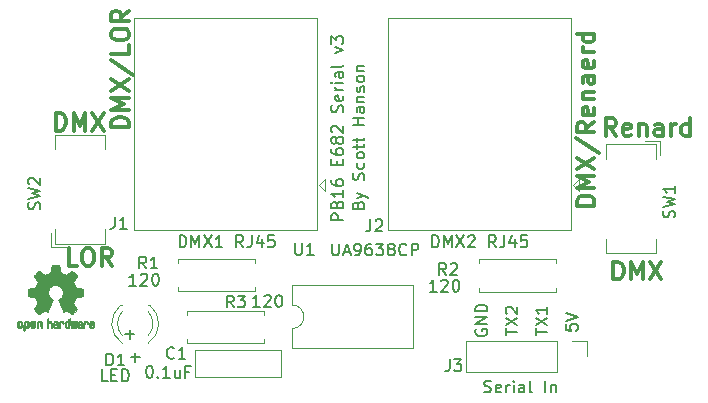
<source format=gbr>
G04 #@! TF.GenerationSoftware,KiCad,Pcbnew,(5.1.5)-3*
G04 #@! TF.CreationDate,2020-01-02T22:51:51-05:00*
G04 #@! TF.ProjectId,PB_16,50425f31-362e-46b6-9963-61645f706362,3*
G04 #@! TF.SameCoordinates,Original*
G04 #@! TF.FileFunction,Legend,Top*
G04 #@! TF.FilePolarity,Positive*
%FSLAX46Y46*%
G04 Gerber Fmt 4.6, Leading zero omitted, Abs format (unit mm)*
G04 Created by KiCad (PCBNEW (5.1.5)-3) date 2020-01-02 22:51:51*
%MOMM*%
%LPD*%
G04 APERTURE LIST*
%ADD10C,0.300000*%
%ADD11C,0.150000*%
%ADD12C,0.120000*%
%ADD13C,0.010000*%
G04 APERTURE END LIST*
D10*
X89478571Y-91878571D02*
X88764285Y-91878571D01*
X88764285Y-90378571D01*
X90264285Y-90378571D02*
X90550000Y-90378571D01*
X90692857Y-90450000D01*
X90835714Y-90592857D01*
X90907142Y-90878571D01*
X90907142Y-91378571D01*
X90835714Y-91664285D01*
X90692857Y-91807142D01*
X90550000Y-91878571D01*
X90264285Y-91878571D01*
X90121428Y-91807142D01*
X89978571Y-91664285D01*
X89907142Y-91378571D01*
X89907142Y-90878571D01*
X89978571Y-90592857D01*
X90121428Y-90450000D01*
X90264285Y-90378571D01*
X92407142Y-91878571D02*
X91907142Y-91164285D01*
X91550000Y-91878571D02*
X91550000Y-90378571D01*
X92121428Y-90378571D01*
X92264285Y-90450000D01*
X92335714Y-90521428D01*
X92407142Y-90664285D01*
X92407142Y-90878571D01*
X92335714Y-91021428D01*
X92264285Y-91092857D01*
X92121428Y-91164285D01*
X91550000Y-91164285D01*
X87685714Y-80428571D02*
X87685714Y-78928571D01*
X88042857Y-78928571D01*
X88257142Y-79000000D01*
X88400000Y-79142857D01*
X88471428Y-79285714D01*
X88542857Y-79571428D01*
X88542857Y-79785714D01*
X88471428Y-80071428D01*
X88400000Y-80214285D01*
X88257142Y-80357142D01*
X88042857Y-80428571D01*
X87685714Y-80428571D01*
X89185714Y-80428571D02*
X89185714Y-78928571D01*
X89685714Y-80000000D01*
X90185714Y-78928571D01*
X90185714Y-80428571D01*
X90757142Y-78928571D02*
X91757142Y-80428571D01*
X91757142Y-78928571D02*
X90757142Y-80428571D01*
X133278571Y-86785714D02*
X131778571Y-86785714D01*
X131778571Y-86428571D01*
X131850000Y-86214285D01*
X131992857Y-86071428D01*
X132135714Y-86000000D01*
X132421428Y-85928571D01*
X132635714Y-85928571D01*
X132921428Y-86000000D01*
X133064285Y-86071428D01*
X133207142Y-86214285D01*
X133278571Y-86428571D01*
X133278571Y-86785714D01*
X133278571Y-85285714D02*
X131778571Y-85285714D01*
X132850000Y-84785714D01*
X131778571Y-84285714D01*
X133278571Y-84285714D01*
X131778571Y-83714285D02*
X133278571Y-82714285D01*
X131778571Y-82714285D02*
X133278571Y-83714285D01*
X131707142Y-81071428D02*
X133635714Y-82357142D01*
X133278571Y-79714285D02*
X132564285Y-80214285D01*
X133278571Y-80571428D02*
X131778571Y-80571428D01*
X131778571Y-80000000D01*
X131850000Y-79857142D01*
X131921428Y-79785714D01*
X132064285Y-79714285D01*
X132278571Y-79714285D01*
X132421428Y-79785714D01*
X132492857Y-79857142D01*
X132564285Y-80000000D01*
X132564285Y-80571428D01*
X133207142Y-78500000D02*
X133278571Y-78642857D01*
X133278571Y-78928571D01*
X133207142Y-79071428D01*
X133064285Y-79142857D01*
X132492857Y-79142857D01*
X132350000Y-79071428D01*
X132278571Y-78928571D01*
X132278571Y-78642857D01*
X132350000Y-78500000D01*
X132492857Y-78428571D01*
X132635714Y-78428571D01*
X132778571Y-79142857D01*
X132278571Y-77785714D02*
X133278571Y-77785714D01*
X132421428Y-77785714D02*
X132350000Y-77714285D01*
X132278571Y-77571428D01*
X132278571Y-77357142D01*
X132350000Y-77214285D01*
X132492857Y-77142857D01*
X133278571Y-77142857D01*
X133278571Y-75785714D02*
X132492857Y-75785714D01*
X132350000Y-75857142D01*
X132278571Y-76000000D01*
X132278571Y-76285714D01*
X132350000Y-76428571D01*
X133207142Y-75785714D02*
X133278571Y-75928571D01*
X133278571Y-76285714D01*
X133207142Y-76428571D01*
X133064285Y-76500000D01*
X132921428Y-76500000D01*
X132778571Y-76428571D01*
X132707142Y-76285714D01*
X132707142Y-75928571D01*
X132635714Y-75785714D01*
X133207142Y-74500000D02*
X133278571Y-74642857D01*
X133278571Y-74928571D01*
X133207142Y-75071428D01*
X133064285Y-75142857D01*
X132492857Y-75142857D01*
X132350000Y-75071428D01*
X132278571Y-74928571D01*
X132278571Y-74642857D01*
X132350000Y-74500000D01*
X132492857Y-74428571D01*
X132635714Y-74428571D01*
X132778571Y-75142857D01*
X133278571Y-73785714D02*
X132278571Y-73785714D01*
X132564285Y-73785714D02*
X132421428Y-73714285D01*
X132350000Y-73642857D01*
X132278571Y-73500000D01*
X132278571Y-73357142D01*
X133278571Y-72214285D02*
X131778571Y-72214285D01*
X133207142Y-72214285D02*
X133278571Y-72357142D01*
X133278571Y-72642857D01*
X133207142Y-72785714D01*
X133135714Y-72857142D01*
X132992857Y-72928571D01*
X132564285Y-72928571D01*
X132421428Y-72857142D01*
X132350000Y-72785714D01*
X132278571Y-72642857D01*
X132278571Y-72357142D01*
X132350000Y-72214285D01*
D11*
X94019047Y-99621428D02*
X94780952Y-99621428D01*
X94400000Y-100002380D02*
X94400000Y-99240476D01*
X113278571Y-86738095D02*
X113326190Y-86595238D01*
X113373809Y-86547619D01*
X113469047Y-86500000D01*
X113611904Y-86500000D01*
X113707142Y-86547619D01*
X113754761Y-86595238D01*
X113802380Y-86690476D01*
X113802380Y-87071428D01*
X112802380Y-87071428D01*
X112802380Y-86738095D01*
X112850000Y-86642857D01*
X112897619Y-86595238D01*
X112992857Y-86547619D01*
X113088095Y-86547619D01*
X113183333Y-86595238D01*
X113230952Y-86642857D01*
X113278571Y-86738095D01*
X113278571Y-87071428D01*
X113135714Y-86166666D02*
X113802380Y-85928571D01*
X113135714Y-85690476D02*
X113802380Y-85928571D01*
X114040476Y-86023809D01*
X114088095Y-86071428D01*
X114135714Y-86166666D01*
X113754761Y-84595238D02*
X113802380Y-84452380D01*
X113802380Y-84214285D01*
X113754761Y-84119047D01*
X113707142Y-84071428D01*
X113611904Y-84023809D01*
X113516666Y-84023809D01*
X113421428Y-84071428D01*
X113373809Y-84119047D01*
X113326190Y-84214285D01*
X113278571Y-84404761D01*
X113230952Y-84500000D01*
X113183333Y-84547619D01*
X113088095Y-84595238D01*
X112992857Y-84595238D01*
X112897619Y-84547619D01*
X112850000Y-84500000D01*
X112802380Y-84404761D01*
X112802380Y-84166666D01*
X112850000Y-84023809D01*
X113754761Y-83166666D02*
X113802380Y-83261904D01*
X113802380Y-83452380D01*
X113754761Y-83547619D01*
X113707142Y-83595238D01*
X113611904Y-83642857D01*
X113326190Y-83642857D01*
X113230952Y-83595238D01*
X113183333Y-83547619D01*
X113135714Y-83452380D01*
X113135714Y-83261904D01*
X113183333Y-83166666D01*
X113802380Y-82595238D02*
X113754761Y-82690476D01*
X113707142Y-82738095D01*
X113611904Y-82785714D01*
X113326190Y-82785714D01*
X113230952Y-82738095D01*
X113183333Y-82690476D01*
X113135714Y-82595238D01*
X113135714Y-82452380D01*
X113183333Y-82357142D01*
X113230952Y-82309523D01*
X113326190Y-82261904D01*
X113611904Y-82261904D01*
X113707142Y-82309523D01*
X113754761Y-82357142D01*
X113802380Y-82452380D01*
X113802380Y-82595238D01*
X113135714Y-81976190D02*
X113135714Y-81595238D01*
X112802380Y-81833333D02*
X113659523Y-81833333D01*
X113754761Y-81785714D01*
X113802380Y-81690476D01*
X113802380Y-81595238D01*
X113135714Y-81404761D02*
X113135714Y-81023809D01*
X112802380Y-81261904D02*
X113659523Y-81261904D01*
X113754761Y-81214285D01*
X113802380Y-81119047D01*
X113802380Y-81023809D01*
X113802380Y-79928571D02*
X112802380Y-79928571D01*
X113278571Y-79928571D02*
X113278571Y-79357142D01*
X113802380Y-79357142D02*
X112802380Y-79357142D01*
X113802380Y-78452380D02*
X113278571Y-78452380D01*
X113183333Y-78500000D01*
X113135714Y-78595238D01*
X113135714Y-78785714D01*
X113183333Y-78880952D01*
X113754761Y-78452380D02*
X113802380Y-78547619D01*
X113802380Y-78785714D01*
X113754761Y-78880952D01*
X113659523Y-78928571D01*
X113564285Y-78928571D01*
X113469047Y-78880952D01*
X113421428Y-78785714D01*
X113421428Y-78547619D01*
X113373809Y-78452380D01*
X113135714Y-77976190D02*
X113802380Y-77976190D01*
X113230952Y-77976190D02*
X113183333Y-77928571D01*
X113135714Y-77833333D01*
X113135714Y-77690476D01*
X113183333Y-77595238D01*
X113278571Y-77547619D01*
X113802380Y-77547619D01*
X113754761Y-77119047D02*
X113802380Y-77023809D01*
X113802380Y-76833333D01*
X113754761Y-76738095D01*
X113659523Y-76690476D01*
X113611904Y-76690476D01*
X113516666Y-76738095D01*
X113469047Y-76833333D01*
X113469047Y-76976190D01*
X113421428Y-77071428D01*
X113326190Y-77119047D01*
X113278571Y-77119047D01*
X113183333Y-77071428D01*
X113135714Y-76976190D01*
X113135714Y-76833333D01*
X113183333Y-76738095D01*
X113802380Y-76119047D02*
X113754761Y-76214285D01*
X113707142Y-76261904D01*
X113611904Y-76309523D01*
X113326190Y-76309523D01*
X113230952Y-76261904D01*
X113183333Y-76214285D01*
X113135714Y-76119047D01*
X113135714Y-75976190D01*
X113183333Y-75880952D01*
X113230952Y-75833333D01*
X113326190Y-75785714D01*
X113611904Y-75785714D01*
X113707142Y-75833333D01*
X113754761Y-75880952D01*
X113802380Y-75976190D01*
X113802380Y-76119047D01*
X113135714Y-75357142D02*
X113802380Y-75357142D01*
X113230952Y-75357142D02*
X113183333Y-75309523D01*
X113135714Y-75214285D01*
X113135714Y-75071428D01*
X113183333Y-74976190D01*
X113278571Y-74928571D01*
X113802380Y-74928571D01*
X112002380Y-88011904D02*
X111002380Y-88011904D01*
X111002380Y-87630952D01*
X111050000Y-87535714D01*
X111097619Y-87488095D01*
X111192857Y-87440476D01*
X111335714Y-87440476D01*
X111430952Y-87488095D01*
X111478571Y-87535714D01*
X111526190Y-87630952D01*
X111526190Y-88011904D01*
X111478571Y-86678571D02*
X111526190Y-86535714D01*
X111573809Y-86488095D01*
X111669047Y-86440476D01*
X111811904Y-86440476D01*
X111907142Y-86488095D01*
X111954761Y-86535714D01*
X112002380Y-86630952D01*
X112002380Y-87011904D01*
X111002380Y-87011904D01*
X111002380Y-86678571D01*
X111050000Y-86583333D01*
X111097619Y-86535714D01*
X111192857Y-86488095D01*
X111288095Y-86488095D01*
X111383333Y-86535714D01*
X111430952Y-86583333D01*
X111478571Y-86678571D01*
X111478571Y-87011904D01*
X112002380Y-85488095D02*
X112002380Y-86059523D01*
X112002380Y-85773809D02*
X111002380Y-85773809D01*
X111145238Y-85869047D01*
X111240476Y-85964285D01*
X111288095Y-86059523D01*
X111002380Y-84630952D02*
X111002380Y-84821428D01*
X111050000Y-84916666D01*
X111097619Y-84964285D01*
X111240476Y-85059523D01*
X111430952Y-85107142D01*
X111811904Y-85107142D01*
X111907142Y-85059523D01*
X111954761Y-85011904D01*
X112002380Y-84916666D01*
X112002380Y-84726190D01*
X111954761Y-84630952D01*
X111907142Y-84583333D01*
X111811904Y-84535714D01*
X111573809Y-84535714D01*
X111478571Y-84583333D01*
X111430952Y-84630952D01*
X111383333Y-84726190D01*
X111383333Y-84916666D01*
X111430952Y-85011904D01*
X111478571Y-85059523D01*
X111573809Y-85107142D01*
X111478571Y-83345238D02*
X111478571Y-83011904D01*
X112002380Y-82869047D02*
X112002380Y-83345238D01*
X111002380Y-83345238D01*
X111002380Y-82869047D01*
X111002380Y-82011904D02*
X111002380Y-82202380D01*
X111050000Y-82297619D01*
X111097619Y-82345238D01*
X111240476Y-82440476D01*
X111430952Y-82488095D01*
X111811904Y-82488095D01*
X111907142Y-82440476D01*
X111954761Y-82392857D01*
X112002380Y-82297619D01*
X112002380Y-82107142D01*
X111954761Y-82011904D01*
X111907142Y-81964285D01*
X111811904Y-81916666D01*
X111573809Y-81916666D01*
X111478571Y-81964285D01*
X111430952Y-82011904D01*
X111383333Y-82107142D01*
X111383333Y-82297619D01*
X111430952Y-82392857D01*
X111478571Y-82440476D01*
X111573809Y-82488095D01*
X111430952Y-81345238D02*
X111383333Y-81440476D01*
X111335714Y-81488095D01*
X111240476Y-81535714D01*
X111192857Y-81535714D01*
X111097619Y-81488095D01*
X111050000Y-81440476D01*
X111002380Y-81345238D01*
X111002380Y-81154761D01*
X111050000Y-81059523D01*
X111097619Y-81011904D01*
X111192857Y-80964285D01*
X111240476Y-80964285D01*
X111335714Y-81011904D01*
X111383333Y-81059523D01*
X111430952Y-81154761D01*
X111430952Y-81345238D01*
X111478571Y-81440476D01*
X111526190Y-81488095D01*
X111621428Y-81535714D01*
X111811904Y-81535714D01*
X111907142Y-81488095D01*
X111954761Y-81440476D01*
X112002380Y-81345238D01*
X112002380Y-81154761D01*
X111954761Y-81059523D01*
X111907142Y-81011904D01*
X111811904Y-80964285D01*
X111621428Y-80964285D01*
X111526190Y-81011904D01*
X111478571Y-81059523D01*
X111430952Y-81154761D01*
X111097619Y-80583333D02*
X111050000Y-80535714D01*
X111002380Y-80440476D01*
X111002380Y-80202380D01*
X111050000Y-80107142D01*
X111097619Y-80059523D01*
X111192857Y-80011904D01*
X111288095Y-80011904D01*
X111430952Y-80059523D01*
X112002380Y-80630952D01*
X112002380Y-80011904D01*
X111954761Y-78869047D02*
X112002380Y-78726190D01*
X112002380Y-78488095D01*
X111954761Y-78392857D01*
X111907142Y-78345238D01*
X111811904Y-78297619D01*
X111716666Y-78297619D01*
X111621428Y-78345238D01*
X111573809Y-78392857D01*
X111526190Y-78488095D01*
X111478571Y-78678571D01*
X111430952Y-78773809D01*
X111383333Y-78821428D01*
X111288095Y-78869047D01*
X111192857Y-78869047D01*
X111097619Y-78821428D01*
X111050000Y-78773809D01*
X111002380Y-78678571D01*
X111002380Y-78440476D01*
X111050000Y-78297619D01*
X111954761Y-77488095D02*
X112002380Y-77583333D01*
X112002380Y-77773809D01*
X111954761Y-77869047D01*
X111859523Y-77916666D01*
X111478571Y-77916666D01*
X111383333Y-77869047D01*
X111335714Y-77773809D01*
X111335714Y-77583333D01*
X111383333Y-77488095D01*
X111478571Y-77440476D01*
X111573809Y-77440476D01*
X111669047Y-77916666D01*
X112002380Y-77011904D02*
X111335714Y-77011904D01*
X111526190Y-77011904D02*
X111430952Y-76964285D01*
X111383333Y-76916666D01*
X111335714Y-76821428D01*
X111335714Y-76726190D01*
X112002380Y-76392857D02*
X111335714Y-76392857D01*
X111002380Y-76392857D02*
X111050000Y-76440476D01*
X111097619Y-76392857D01*
X111050000Y-76345238D01*
X111002380Y-76392857D01*
X111097619Y-76392857D01*
X112002380Y-75488095D02*
X111478571Y-75488095D01*
X111383333Y-75535714D01*
X111335714Y-75630952D01*
X111335714Y-75821428D01*
X111383333Y-75916666D01*
X111954761Y-75488095D02*
X112002380Y-75583333D01*
X112002380Y-75821428D01*
X111954761Y-75916666D01*
X111859523Y-75964285D01*
X111764285Y-75964285D01*
X111669047Y-75916666D01*
X111621428Y-75821428D01*
X111621428Y-75583333D01*
X111573809Y-75488095D01*
X112002380Y-74869047D02*
X111954761Y-74964285D01*
X111859523Y-75011904D01*
X111002380Y-75011904D01*
X111335714Y-73821428D02*
X112002380Y-73583333D01*
X111335714Y-73345238D01*
X111002380Y-73059523D02*
X111002380Y-72440476D01*
X111383333Y-72773809D01*
X111383333Y-72630952D01*
X111430952Y-72535714D01*
X111478571Y-72488095D01*
X111573809Y-72440476D01*
X111811904Y-72440476D01*
X111907142Y-72488095D01*
X111954761Y-72535714D01*
X112002380Y-72630952D01*
X112002380Y-72916666D01*
X111954761Y-73011904D01*
X111907142Y-73059523D01*
X123250000Y-97261904D02*
X123202380Y-97357142D01*
X123202380Y-97500000D01*
X123250000Y-97642857D01*
X123345238Y-97738095D01*
X123440476Y-97785714D01*
X123630952Y-97833333D01*
X123773809Y-97833333D01*
X123964285Y-97785714D01*
X124059523Y-97738095D01*
X124154761Y-97642857D01*
X124202380Y-97500000D01*
X124202380Y-97404761D01*
X124154761Y-97261904D01*
X124107142Y-97214285D01*
X123773809Y-97214285D01*
X123773809Y-97404761D01*
X124202380Y-96785714D02*
X123202380Y-96785714D01*
X124202380Y-96214285D01*
X123202380Y-96214285D01*
X124202380Y-95738095D02*
X123202380Y-95738095D01*
X123202380Y-95500000D01*
X123250000Y-95357142D01*
X123345238Y-95261904D01*
X123440476Y-95214285D01*
X123630952Y-95166666D01*
X123773809Y-95166666D01*
X123964285Y-95214285D01*
X124059523Y-95261904D01*
X124154761Y-95357142D01*
X124202380Y-95500000D01*
X124202380Y-95738095D01*
X125752380Y-97738095D02*
X125752380Y-97166666D01*
X126752380Y-97452380D02*
X125752380Y-97452380D01*
X125752380Y-96928571D02*
X126752380Y-96261904D01*
X125752380Y-96261904D02*
X126752380Y-96928571D01*
X125847619Y-95928571D02*
X125800000Y-95880952D01*
X125752380Y-95785714D01*
X125752380Y-95547619D01*
X125800000Y-95452380D01*
X125847619Y-95404761D01*
X125942857Y-95357142D01*
X126038095Y-95357142D01*
X126180952Y-95404761D01*
X126752380Y-95976190D01*
X126752380Y-95357142D01*
X128302380Y-97738095D02*
X128302380Y-97166666D01*
X129302380Y-97452380D02*
X128302380Y-97452380D01*
X128302380Y-96928571D02*
X129302380Y-96261904D01*
X128302380Y-96261904D02*
X129302380Y-96928571D01*
X129302380Y-95357142D02*
X129302380Y-95928571D01*
X129302380Y-95642857D02*
X128302380Y-95642857D01*
X128445238Y-95738095D01*
X128540476Y-95833333D01*
X128588095Y-95928571D01*
X130852380Y-96840476D02*
X130852380Y-97316666D01*
X131328571Y-97364285D01*
X131280952Y-97316666D01*
X131233333Y-97221428D01*
X131233333Y-96983333D01*
X131280952Y-96888095D01*
X131328571Y-96840476D01*
X131423809Y-96792857D01*
X131661904Y-96792857D01*
X131757142Y-96840476D01*
X131804761Y-96888095D01*
X131852380Y-96983333D01*
X131852380Y-97221428D01*
X131804761Y-97316666D01*
X131757142Y-97364285D01*
X130852380Y-96507142D02*
X131852380Y-96173809D01*
X130852380Y-95840476D01*
D10*
X93878571Y-80142857D02*
X92378571Y-80142857D01*
X92378571Y-79785714D01*
X92450000Y-79571428D01*
X92592857Y-79428571D01*
X92735714Y-79357142D01*
X93021428Y-79285714D01*
X93235714Y-79285714D01*
X93521428Y-79357142D01*
X93664285Y-79428571D01*
X93807142Y-79571428D01*
X93878571Y-79785714D01*
X93878571Y-80142857D01*
X93878571Y-78642857D02*
X92378571Y-78642857D01*
X93450000Y-78142857D01*
X92378571Y-77642857D01*
X93878571Y-77642857D01*
X92378571Y-77071428D02*
X93878571Y-76071428D01*
X92378571Y-76071428D02*
X93878571Y-77071428D01*
X92307142Y-74428571D02*
X94235714Y-75714285D01*
X93878571Y-73214285D02*
X93878571Y-73928571D01*
X92378571Y-73928571D01*
X92378571Y-72428571D02*
X92378571Y-72142857D01*
X92450000Y-72000000D01*
X92592857Y-71857142D01*
X92878571Y-71785714D01*
X93378571Y-71785714D01*
X93664285Y-71857142D01*
X93807142Y-72000000D01*
X93878571Y-72142857D01*
X93878571Y-72428571D01*
X93807142Y-72571428D01*
X93664285Y-72714285D01*
X93378571Y-72785714D01*
X92878571Y-72785714D01*
X92592857Y-72714285D01*
X92450000Y-72571428D01*
X92378571Y-72428571D01*
X93878571Y-70285714D02*
X93164285Y-70785714D01*
X93878571Y-71142857D02*
X92378571Y-71142857D01*
X92378571Y-70571428D01*
X92450000Y-70428571D01*
X92521428Y-70357142D01*
X92664285Y-70285714D01*
X92878571Y-70285714D01*
X93021428Y-70357142D01*
X93092857Y-70428571D01*
X93164285Y-70571428D01*
X93164285Y-71142857D01*
X134885714Y-93028571D02*
X134885714Y-91528571D01*
X135242857Y-91528571D01*
X135457142Y-91600000D01*
X135600000Y-91742857D01*
X135671428Y-91885714D01*
X135742857Y-92171428D01*
X135742857Y-92385714D01*
X135671428Y-92671428D01*
X135600000Y-92814285D01*
X135457142Y-92957142D01*
X135242857Y-93028571D01*
X134885714Y-93028571D01*
X136385714Y-93028571D02*
X136385714Y-91528571D01*
X136885714Y-92600000D01*
X137385714Y-91528571D01*
X137385714Y-93028571D01*
X137957142Y-91528571D02*
X138957142Y-93028571D01*
X138957142Y-91528571D02*
X137957142Y-93028571D01*
X135121428Y-80878571D02*
X134621428Y-80164285D01*
X134264285Y-80878571D02*
X134264285Y-79378571D01*
X134835714Y-79378571D01*
X134978571Y-79450000D01*
X135050000Y-79521428D01*
X135121428Y-79664285D01*
X135121428Y-79878571D01*
X135050000Y-80021428D01*
X134978571Y-80092857D01*
X134835714Y-80164285D01*
X134264285Y-80164285D01*
X136335714Y-80807142D02*
X136192857Y-80878571D01*
X135907142Y-80878571D01*
X135764285Y-80807142D01*
X135692857Y-80664285D01*
X135692857Y-80092857D01*
X135764285Y-79950000D01*
X135907142Y-79878571D01*
X136192857Y-79878571D01*
X136335714Y-79950000D01*
X136407142Y-80092857D01*
X136407142Y-80235714D01*
X135692857Y-80378571D01*
X137050000Y-79878571D02*
X137050000Y-80878571D01*
X137050000Y-80021428D02*
X137121428Y-79950000D01*
X137264285Y-79878571D01*
X137478571Y-79878571D01*
X137621428Y-79950000D01*
X137692857Y-80092857D01*
X137692857Y-80878571D01*
X139050000Y-80878571D02*
X139050000Y-80092857D01*
X138978571Y-79950000D01*
X138835714Y-79878571D01*
X138550000Y-79878571D01*
X138407142Y-79950000D01*
X139050000Y-80807142D02*
X138907142Y-80878571D01*
X138550000Y-80878571D01*
X138407142Y-80807142D01*
X138335714Y-80664285D01*
X138335714Y-80521428D01*
X138407142Y-80378571D01*
X138550000Y-80307142D01*
X138907142Y-80307142D01*
X139050000Y-80235714D01*
X139764285Y-80878571D02*
X139764285Y-79878571D01*
X139764285Y-80164285D02*
X139835714Y-80021428D01*
X139907142Y-79950000D01*
X140050000Y-79878571D01*
X140192857Y-79878571D01*
X141335714Y-80878571D02*
X141335714Y-79378571D01*
X141335714Y-80807142D02*
X141192857Y-80878571D01*
X140907142Y-80878571D01*
X140764285Y-80807142D01*
X140692857Y-80735714D01*
X140621428Y-80592857D01*
X140621428Y-80164285D01*
X140692857Y-80021428D01*
X140764285Y-79950000D01*
X140907142Y-79878571D01*
X141192857Y-79878571D01*
X141335714Y-79950000D01*
D11*
X93569047Y-97671428D02*
X94330952Y-97671428D01*
X93950000Y-98052380D02*
X93950000Y-97290476D01*
D12*
X109815000Y-88880000D02*
X109815000Y-70920000D01*
X94295000Y-88880000D02*
X109815000Y-88880000D01*
X94295000Y-88880000D02*
X94295000Y-70920000D01*
X109815000Y-70920000D02*
X94295000Y-70920000D01*
X110000000Y-85000000D02*
X110500000Y-85500000D01*
X110500000Y-85500000D02*
X110500000Y-84500000D01*
X110500000Y-84500000D02*
X110000000Y-85000000D01*
X87600000Y-88800000D02*
X87600000Y-90000000D01*
X87600000Y-90000000D02*
X91800000Y-90000000D01*
X91800000Y-90000000D02*
X91800000Y-88800000D01*
X87600000Y-82000000D02*
X87600000Y-80800000D01*
X87600000Y-80800000D02*
X91800000Y-80800000D01*
X91800000Y-80800000D02*
X91800000Y-82000000D01*
X87300000Y-89100000D02*
X87300000Y-90300000D01*
X87300000Y-90300000D02*
X88500000Y-90300000D01*
X138500000Y-82800000D02*
X138500000Y-81600000D01*
X138500000Y-81600000D02*
X134300000Y-81600000D01*
X134300000Y-81600000D02*
X134300000Y-82800000D01*
X138500000Y-89600000D02*
X138500000Y-90800000D01*
X138500000Y-90800000D02*
X134300000Y-90800000D01*
X134300000Y-90800000D02*
X134300000Y-89600000D01*
X138800000Y-82500000D02*
X138800000Y-81300000D01*
X138800000Y-81300000D02*
X137600000Y-81300000D01*
D13*
G36*
X87753910Y-91842348D02*
G01*
X87832454Y-91842778D01*
X87889298Y-91843942D01*
X87928105Y-91846207D01*
X87952538Y-91849940D01*
X87966262Y-91855506D01*
X87972940Y-91863273D01*
X87976236Y-91873605D01*
X87976556Y-91874943D01*
X87981562Y-91899079D01*
X87990829Y-91946701D01*
X88003392Y-92012741D01*
X88018287Y-92092128D01*
X88034551Y-92179796D01*
X88035119Y-92182875D01*
X88051410Y-92268789D01*
X88066652Y-92344696D01*
X88079861Y-92406045D01*
X88090054Y-92448282D01*
X88096248Y-92466855D01*
X88096543Y-92467184D01*
X88114788Y-92476253D01*
X88152405Y-92491367D01*
X88201271Y-92509262D01*
X88201543Y-92509358D01*
X88263093Y-92532493D01*
X88335657Y-92561965D01*
X88404057Y-92591597D01*
X88407294Y-92593062D01*
X88518702Y-92643626D01*
X88765399Y-92475160D01*
X88841077Y-92423803D01*
X88909631Y-92377889D01*
X88967088Y-92340030D01*
X89009476Y-92312837D01*
X89032825Y-92298921D01*
X89035042Y-92297889D01*
X89052010Y-92302484D01*
X89083701Y-92324655D01*
X89131352Y-92365447D01*
X89196198Y-92425905D01*
X89262397Y-92490227D01*
X89326214Y-92553612D01*
X89383329Y-92611451D01*
X89430305Y-92660175D01*
X89463703Y-92696210D01*
X89480085Y-92715984D01*
X89480694Y-92717002D01*
X89482505Y-92730572D01*
X89475683Y-92752733D01*
X89458540Y-92786478D01*
X89429393Y-92834800D01*
X89386555Y-92900692D01*
X89329448Y-92985517D01*
X89278766Y-93060177D01*
X89233461Y-93127140D01*
X89196150Y-93182516D01*
X89169452Y-93222420D01*
X89155985Y-93242962D01*
X89155137Y-93244356D01*
X89156781Y-93264038D01*
X89169245Y-93302293D01*
X89190048Y-93351889D01*
X89197462Y-93367728D01*
X89229814Y-93438290D01*
X89264328Y-93518353D01*
X89292365Y-93587629D01*
X89312568Y-93639045D01*
X89328615Y-93678119D01*
X89337888Y-93698541D01*
X89339041Y-93700114D01*
X89356096Y-93702721D01*
X89396298Y-93709863D01*
X89454302Y-93720523D01*
X89524763Y-93733685D01*
X89602335Y-93748333D01*
X89681672Y-93763449D01*
X89757431Y-93778018D01*
X89824264Y-93791022D01*
X89876828Y-93801445D01*
X89909776Y-93808270D01*
X89917857Y-93810199D01*
X89926205Y-93814962D01*
X89932506Y-93825718D01*
X89937045Y-93846098D01*
X89940104Y-93879734D01*
X89941967Y-93930255D01*
X89942918Y-94001292D01*
X89943240Y-94096476D01*
X89943257Y-94135492D01*
X89943257Y-94452799D01*
X89867057Y-94467839D01*
X89824663Y-94475995D01*
X89761400Y-94487899D01*
X89684962Y-94502116D01*
X89603043Y-94517210D01*
X89580400Y-94521355D01*
X89504806Y-94536053D01*
X89438953Y-94550505D01*
X89388366Y-94563375D01*
X89358574Y-94573322D01*
X89353612Y-94576287D01*
X89341426Y-94597283D01*
X89323953Y-94637967D01*
X89304577Y-94690322D01*
X89300734Y-94701600D01*
X89275339Y-94771523D01*
X89243817Y-94850418D01*
X89212969Y-94921266D01*
X89212817Y-94921595D01*
X89161447Y-95032733D01*
X89330399Y-95281253D01*
X89499352Y-95529772D01*
X89282429Y-95747058D01*
X89216819Y-95811726D01*
X89156979Y-95868733D01*
X89106267Y-95915033D01*
X89068046Y-95947584D01*
X89045675Y-95963343D01*
X89042466Y-95964343D01*
X89023626Y-95956469D01*
X88985180Y-95934578D01*
X88931330Y-95901267D01*
X88866276Y-95859131D01*
X88795940Y-95811943D01*
X88724555Y-95763810D01*
X88660908Y-95721928D01*
X88609041Y-95688871D01*
X88572995Y-95667218D01*
X88556867Y-95659543D01*
X88537189Y-95666037D01*
X88499875Y-95683150D01*
X88452621Y-95707326D01*
X88447612Y-95710013D01*
X88383977Y-95741927D01*
X88340341Y-95757579D01*
X88313202Y-95757745D01*
X88299057Y-95743204D01*
X88298975Y-95743000D01*
X88291905Y-95725779D01*
X88275042Y-95684899D01*
X88249695Y-95623525D01*
X88217171Y-95544819D01*
X88178778Y-95451947D01*
X88135822Y-95348072D01*
X88094222Y-95247502D01*
X88048504Y-95136516D01*
X88006526Y-95033703D01*
X87969548Y-94942215D01*
X87938827Y-94865201D01*
X87915622Y-94805815D01*
X87901190Y-94767209D01*
X87896743Y-94752800D01*
X87907896Y-94736272D01*
X87937069Y-94709930D01*
X87975971Y-94680887D01*
X88086757Y-94589039D01*
X88173351Y-94483759D01*
X88234716Y-94367266D01*
X88269815Y-94241776D01*
X88277608Y-94109507D01*
X88271943Y-94048457D01*
X88241078Y-93921795D01*
X88187920Y-93809941D01*
X88115767Y-93714001D01*
X88027917Y-93635076D01*
X87927665Y-93574270D01*
X87818310Y-93532687D01*
X87703147Y-93511428D01*
X87585475Y-93511599D01*
X87468590Y-93534301D01*
X87355789Y-93580638D01*
X87250369Y-93651713D01*
X87206368Y-93691911D01*
X87121979Y-93795129D01*
X87063222Y-93907925D01*
X87029704Y-94027010D01*
X87021035Y-94149095D01*
X87036823Y-94270893D01*
X87076678Y-94389116D01*
X87140207Y-94500475D01*
X87227021Y-94601684D01*
X87324029Y-94680887D01*
X87364437Y-94711162D01*
X87392982Y-94737219D01*
X87403257Y-94752825D01*
X87397877Y-94769843D01*
X87382575Y-94810500D01*
X87358612Y-94871642D01*
X87327244Y-94950119D01*
X87289732Y-95042780D01*
X87247333Y-95146472D01*
X87205663Y-95247526D01*
X87159690Y-95358607D01*
X87117107Y-95461541D01*
X87079221Y-95553165D01*
X87047340Y-95630316D01*
X87022771Y-95689831D01*
X87006820Y-95728544D01*
X87000910Y-95743000D01*
X86986948Y-95757685D01*
X86959940Y-95757642D01*
X86916413Y-95742099D01*
X86852890Y-95710284D01*
X86852388Y-95710013D01*
X86804560Y-95685323D01*
X86765897Y-95667338D01*
X86744095Y-95659614D01*
X86743133Y-95659543D01*
X86726721Y-95667378D01*
X86690487Y-95689165D01*
X86638474Y-95722328D01*
X86574725Y-95764291D01*
X86504060Y-95811943D01*
X86432116Y-95860191D01*
X86367274Y-95902151D01*
X86313735Y-95935227D01*
X86275697Y-95956821D01*
X86257533Y-95964343D01*
X86240808Y-95954457D01*
X86207180Y-95926826D01*
X86160010Y-95884495D01*
X86102658Y-95830505D01*
X86038484Y-95767899D01*
X86017497Y-95746983D01*
X85800499Y-95529623D01*
X85965668Y-95287220D01*
X86015864Y-95212781D01*
X86059919Y-95145972D01*
X86095362Y-95090665D01*
X86119719Y-95050729D01*
X86130522Y-95030036D01*
X86130838Y-95028563D01*
X86125143Y-95009058D01*
X86109826Y-94969822D01*
X86087537Y-94917430D01*
X86071893Y-94882355D01*
X86042641Y-94815201D01*
X86015094Y-94747358D01*
X85993737Y-94690034D01*
X85987935Y-94672572D01*
X85971452Y-94625938D01*
X85955340Y-94589905D01*
X85946490Y-94576287D01*
X85926960Y-94567952D01*
X85884334Y-94556137D01*
X85824145Y-94542181D01*
X85751922Y-94527422D01*
X85719600Y-94521355D01*
X85637522Y-94506273D01*
X85558795Y-94491669D01*
X85491109Y-94478980D01*
X85442160Y-94469642D01*
X85432943Y-94467839D01*
X85356743Y-94452799D01*
X85356743Y-94135492D01*
X85356914Y-94031154D01*
X85357616Y-93952213D01*
X85359134Y-93895038D01*
X85361749Y-93855999D01*
X85365746Y-93831465D01*
X85371409Y-93817805D01*
X85379020Y-93811389D01*
X85382143Y-93810199D01*
X85400978Y-93805980D01*
X85442588Y-93797562D01*
X85501630Y-93785961D01*
X85572757Y-93772195D01*
X85650625Y-93757280D01*
X85729887Y-93742232D01*
X85805198Y-93728069D01*
X85871213Y-93715806D01*
X85922587Y-93706461D01*
X85953975Y-93701050D01*
X85960959Y-93700114D01*
X85967285Y-93687596D01*
X85981290Y-93654246D01*
X86000355Y-93606377D01*
X86007634Y-93587629D01*
X86036996Y-93515195D01*
X86071571Y-93435170D01*
X86102537Y-93367728D01*
X86125323Y-93316159D01*
X86140482Y-93273785D01*
X86145542Y-93247834D01*
X86144736Y-93244356D01*
X86134041Y-93227936D01*
X86109620Y-93191417D01*
X86074095Y-93138687D01*
X86030087Y-93073635D01*
X85980217Y-93000151D01*
X85970356Y-92985645D01*
X85912492Y-92899704D01*
X85869956Y-92834261D01*
X85841054Y-92786304D01*
X85824090Y-92752820D01*
X85817367Y-92730795D01*
X85819190Y-92717217D01*
X85819236Y-92717131D01*
X85833586Y-92699297D01*
X85865323Y-92664817D01*
X85911010Y-92617268D01*
X85967204Y-92560222D01*
X86030468Y-92497255D01*
X86037602Y-92490227D01*
X86117330Y-92413020D01*
X86178857Y-92356330D01*
X86223421Y-92319110D01*
X86252257Y-92300315D01*
X86264958Y-92297889D01*
X86283494Y-92308471D01*
X86321961Y-92332916D01*
X86376386Y-92368612D01*
X86442798Y-92412947D01*
X86517225Y-92463311D01*
X86534601Y-92475160D01*
X86781297Y-92643626D01*
X86892706Y-92593062D01*
X86960457Y-92563595D01*
X87033183Y-92533959D01*
X87095703Y-92510330D01*
X87098457Y-92509358D01*
X87147360Y-92491457D01*
X87185057Y-92476320D01*
X87203425Y-92467210D01*
X87203456Y-92467184D01*
X87209285Y-92450717D01*
X87219192Y-92410219D01*
X87232195Y-92350242D01*
X87247309Y-92275340D01*
X87263552Y-92190064D01*
X87264881Y-92182875D01*
X87281175Y-92095014D01*
X87296133Y-92015260D01*
X87308791Y-91948681D01*
X87318186Y-91900347D01*
X87323354Y-91875325D01*
X87323444Y-91874943D01*
X87326589Y-91864299D01*
X87332704Y-91856262D01*
X87345453Y-91850467D01*
X87368500Y-91846547D01*
X87405509Y-91844135D01*
X87460144Y-91842865D01*
X87536067Y-91842371D01*
X87636944Y-91842286D01*
X87650000Y-91842286D01*
X87753910Y-91842348D01*
G37*
X87753910Y-91842348D02*
X87832454Y-91842778D01*
X87889298Y-91843942D01*
X87928105Y-91846207D01*
X87952538Y-91849940D01*
X87966262Y-91855506D01*
X87972940Y-91863273D01*
X87976236Y-91873605D01*
X87976556Y-91874943D01*
X87981562Y-91899079D01*
X87990829Y-91946701D01*
X88003392Y-92012741D01*
X88018287Y-92092128D01*
X88034551Y-92179796D01*
X88035119Y-92182875D01*
X88051410Y-92268789D01*
X88066652Y-92344696D01*
X88079861Y-92406045D01*
X88090054Y-92448282D01*
X88096248Y-92466855D01*
X88096543Y-92467184D01*
X88114788Y-92476253D01*
X88152405Y-92491367D01*
X88201271Y-92509262D01*
X88201543Y-92509358D01*
X88263093Y-92532493D01*
X88335657Y-92561965D01*
X88404057Y-92591597D01*
X88407294Y-92593062D01*
X88518702Y-92643626D01*
X88765399Y-92475160D01*
X88841077Y-92423803D01*
X88909631Y-92377889D01*
X88967088Y-92340030D01*
X89009476Y-92312837D01*
X89032825Y-92298921D01*
X89035042Y-92297889D01*
X89052010Y-92302484D01*
X89083701Y-92324655D01*
X89131352Y-92365447D01*
X89196198Y-92425905D01*
X89262397Y-92490227D01*
X89326214Y-92553612D01*
X89383329Y-92611451D01*
X89430305Y-92660175D01*
X89463703Y-92696210D01*
X89480085Y-92715984D01*
X89480694Y-92717002D01*
X89482505Y-92730572D01*
X89475683Y-92752733D01*
X89458540Y-92786478D01*
X89429393Y-92834800D01*
X89386555Y-92900692D01*
X89329448Y-92985517D01*
X89278766Y-93060177D01*
X89233461Y-93127140D01*
X89196150Y-93182516D01*
X89169452Y-93222420D01*
X89155985Y-93242962D01*
X89155137Y-93244356D01*
X89156781Y-93264038D01*
X89169245Y-93302293D01*
X89190048Y-93351889D01*
X89197462Y-93367728D01*
X89229814Y-93438290D01*
X89264328Y-93518353D01*
X89292365Y-93587629D01*
X89312568Y-93639045D01*
X89328615Y-93678119D01*
X89337888Y-93698541D01*
X89339041Y-93700114D01*
X89356096Y-93702721D01*
X89396298Y-93709863D01*
X89454302Y-93720523D01*
X89524763Y-93733685D01*
X89602335Y-93748333D01*
X89681672Y-93763449D01*
X89757431Y-93778018D01*
X89824264Y-93791022D01*
X89876828Y-93801445D01*
X89909776Y-93808270D01*
X89917857Y-93810199D01*
X89926205Y-93814962D01*
X89932506Y-93825718D01*
X89937045Y-93846098D01*
X89940104Y-93879734D01*
X89941967Y-93930255D01*
X89942918Y-94001292D01*
X89943240Y-94096476D01*
X89943257Y-94135492D01*
X89943257Y-94452799D01*
X89867057Y-94467839D01*
X89824663Y-94475995D01*
X89761400Y-94487899D01*
X89684962Y-94502116D01*
X89603043Y-94517210D01*
X89580400Y-94521355D01*
X89504806Y-94536053D01*
X89438953Y-94550505D01*
X89388366Y-94563375D01*
X89358574Y-94573322D01*
X89353612Y-94576287D01*
X89341426Y-94597283D01*
X89323953Y-94637967D01*
X89304577Y-94690322D01*
X89300734Y-94701600D01*
X89275339Y-94771523D01*
X89243817Y-94850418D01*
X89212969Y-94921266D01*
X89212817Y-94921595D01*
X89161447Y-95032733D01*
X89330399Y-95281253D01*
X89499352Y-95529772D01*
X89282429Y-95747058D01*
X89216819Y-95811726D01*
X89156979Y-95868733D01*
X89106267Y-95915033D01*
X89068046Y-95947584D01*
X89045675Y-95963343D01*
X89042466Y-95964343D01*
X89023626Y-95956469D01*
X88985180Y-95934578D01*
X88931330Y-95901267D01*
X88866276Y-95859131D01*
X88795940Y-95811943D01*
X88724555Y-95763810D01*
X88660908Y-95721928D01*
X88609041Y-95688871D01*
X88572995Y-95667218D01*
X88556867Y-95659543D01*
X88537189Y-95666037D01*
X88499875Y-95683150D01*
X88452621Y-95707326D01*
X88447612Y-95710013D01*
X88383977Y-95741927D01*
X88340341Y-95757579D01*
X88313202Y-95757745D01*
X88299057Y-95743204D01*
X88298975Y-95743000D01*
X88291905Y-95725779D01*
X88275042Y-95684899D01*
X88249695Y-95623525D01*
X88217171Y-95544819D01*
X88178778Y-95451947D01*
X88135822Y-95348072D01*
X88094222Y-95247502D01*
X88048504Y-95136516D01*
X88006526Y-95033703D01*
X87969548Y-94942215D01*
X87938827Y-94865201D01*
X87915622Y-94805815D01*
X87901190Y-94767209D01*
X87896743Y-94752800D01*
X87907896Y-94736272D01*
X87937069Y-94709930D01*
X87975971Y-94680887D01*
X88086757Y-94589039D01*
X88173351Y-94483759D01*
X88234716Y-94367266D01*
X88269815Y-94241776D01*
X88277608Y-94109507D01*
X88271943Y-94048457D01*
X88241078Y-93921795D01*
X88187920Y-93809941D01*
X88115767Y-93714001D01*
X88027917Y-93635076D01*
X87927665Y-93574270D01*
X87818310Y-93532687D01*
X87703147Y-93511428D01*
X87585475Y-93511599D01*
X87468590Y-93534301D01*
X87355789Y-93580638D01*
X87250369Y-93651713D01*
X87206368Y-93691911D01*
X87121979Y-93795129D01*
X87063222Y-93907925D01*
X87029704Y-94027010D01*
X87021035Y-94149095D01*
X87036823Y-94270893D01*
X87076678Y-94389116D01*
X87140207Y-94500475D01*
X87227021Y-94601684D01*
X87324029Y-94680887D01*
X87364437Y-94711162D01*
X87392982Y-94737219D01*
X87403257Y-94752825D01*
X87397877Y-94769843D01*
X87382575Y-94810500D01*
X87358612Y-94871642D01*
X87327244Y-94950119D01*
X87289732Y-95042780D01*
X87247333Y-95146472D01*
X87205663Y-95247526D01*
X87159690Y-95358607D01*
X87117107Y-95461541D01*
X87079221Y-95553165D01*
X87047340Y-95630316D01*
X87022771Y-95689831D01*
X87006820Y-95728544D01*
X87000910Y-95743000D01*
X86986948Y-95757685D01*
X86959940Y-95757642D01*
X86916413Y-95742099D01*
X86852890Y-95710284D01*
X86852388Y-95710013D01*
X86804560Y-95685323D01*
X86765897Y-95667338D01*
X86744095Y-95659614D01*
X86743133Y-95659543D01*
X86726721Y-95667378D01*
X86690487Y-95689165D01*
X86638474Y-95722328D01*
X86574725Y-95764291D01*
X86504060Y-95811943D01*
X86432116Y-95860191D01*
X86367274Y-95902151D01*
X86313735Y-95935227D01*
X86275697Y-95956821D01*
X86257533Y-95964343D01*
X86240808Y-95954457D01*
X86207180Y-95926826D01*
X86160010Y-95884495D01*
X86102658Y-95830505D01*
X86038484Y-95767899D01*
X86017497Y-95746983D01*
X85800499Y-95529623D01*
X85965668Y-95287220D01*
X86015864Y-95212781D01*
X86059919Y-95145972D01*
X86095362Y-95090665D01*
X86119719Y-95050729D01*
X86130522Y-95030036D01*
X86130838Y-95028563D01*
X86125143Y-95009058D01*
X86109826Y-94969822D01*
X86087537Y-94917430D01*
X86071893Y-94882355D01*
X86042641Y-94815201D01*
X86015094Y-94747358D01*
X85993737Y-94690034D01*
X85987935Y-94672572D01*
X85971452Y-94625938D01*
X85955340Y-94589905D01*
X85946490Y-94576287D01*
X85926960Y-94567952D01*
X85884334Y-94556137D01*
X85824145Y-94542181D01*
X85751922Y-94527422D01*
X85719600Y-94521355D01*
X85637522Y-94506273D01*
X85558795Y-94491669D01*
X85491109Y-94478980D01*
X85442160Y-94469642D01*
X85432943Y-94467839D01*
X85356743Y-94452799D01*
X85356743Y-94135492D01*
X85356914Y-94031154D01*
X85357616Y-93952213D01*
X85359134Y-93895038D01*
X85361749Y-93855999D01*
X85365746Y-93831465D01*
X85371409Y-93817805D01*
X85379020Y-93811389D01*
X85382143Y-93810199D01*
X85400978Y-93805980D01*
X85442588Y-93797562D01*
X85501630Y-93785961D01*
X85572757Y-93772195D01*
X85650625Y-93757280D01*
X85729887Y-93742232D01*
X85805198Y-93728069D01*
X85871213Y-93715806D01*
X85922587Y-93706461D01*
X85953975Y-93701050D01*
X85960959Y-93700114D01*
X85967285Y-93687596D01*
X85981290Y-93654246D01*
X86000355Y-93606377D01*
X86007634Y-93587629D01*
X86036996Y-93515195D01*
X86071571Y-93435170D01*
X86102537Y-93367728D01*
X86125323Y-93316159D01*
X86140482Y-93273785D01*
X86145542Y-93247834D01*
X86144736Y-93244356D01*
X86134041Y-93227936D01*
X86109620Y-93191417D01*
X86074095Y-93138687D01*
X86030087Y-93073635D01*
X85980217Y-93000151D01*
X85970356Y-92985645D01*
X85912492Y-92899704D01*
X85869956Y-92834261D01*
X85841054Y-92786304D01*
X85824090Y-92752820D01*
X85817367Y-92730795D01*
X85819190Y-92717217D01*
X85819236Y-92717131D01*
X85833586Y-92699297D01*
X85865323Y-92664817D01*
X85911010Y-92617268D01*
X85967204Y-92560222D01*
X86030468Y-92497255D01*
X86037602Y-92490227D01*
X86117330Y-92413020D01*
X86178857Y-92356330D01*
X86223421Y-92319110D01*
X86252257Y-92300315D01*
X86264958Y-92297889D01*
X86283494Y-92308471D01*
X86321961Y-92332916D01*
X86376386Y-92368612D01*
X86442798Y-92412947D01*
X86517225Y-92463311D01*
X86534601Y-92475160D01*
X86781297Y-92643626D01*
X86892706Y-92593062D01*
X86960457Y-92563595D01*
X87033183Y-92533959D01*
X87095703Y-92510330D01*
X87098457Y-92509358D01*
X87147360Y-92491457D01*
X87185057Y-92476320D01*
X87203425Y-92467210D01*
X87203456Y-92467184D01*
X87209285Y-92450717D01*
X87219192Y-92410219D01*
X87232195Y-92350242D01*
X87247309Y-92275340D01*
X87263552Y-92190064D01*
X87264881Y-92182875D01*
X87281175Y-92095014D01*
X87296133Y-92015260D01*
X87308791Y-91948681D01*
X87318186Y-91900347D01*
X87323354Y-91875325D01*
X87323444Y-91874943D01*
X87326589Y-91864299D01*
X87332704Y-91856262D01*
X87345453Y-91850467D01*
X87368500Y-91846547D01*
X87405509Y-91844135D01*
X87460144Y-91842865D01*
X87536067Y-91842371D01*
X87636944Y-91842286D01*
X87650000Y-91842286D01*
X87753910Y-91842348D01*
G36*
X90803595Y-96566966D02*
G01*
X90861021Y-96604497D01*
X90888719Y-96638096D01*
X90910662Y-96699064D01*
X90912405Y-96747308D01*
X90908457Y-96811816D01*
X90759686Y-96876934D01*
X90687349Y-96910202D01*
X90640084Y-96936964D01*
X90615507Y-96960144D01*
X90611237Y-96982667D01*
X90624889Y-97007455D01*
X90639943Y-97023886D01*
X90683746Y-97050235D01*
X90731389Y-97052081D01*
X90775145Y-97031546D01*
X90807289Y-96990752D01*
X90813038Y-96976347D01*
X90840576Y-96931356D01*
X90872258Y-96912182D01*
X90915714Y-96895779D01*
X90915714Y-96957966D01*
X90911872Y-97000283D01*
X90896823Y-97035969D01*
X90865280Y-97076943D01*
X90860592Y-97082267D01*
X90825506Y-97118720D01*
X90795347Y-97138283D01*
X90757615Y-97147283D01*
X90726335Y-97150230D01*
X90670385Y-97150965D01*
X90630555Y-97141660D01*
X90605708Y-97127846D01*
X90566656Y-97097467D01*
X90539625Y-97064613D01*
X90522517Y-97023294D01*
X90513238Y-96967521D01*
X90509693Y-96891305D01*
X90509410Y-96852622D01*
X90510372Y-96806247D01*
X90598007Y-96806247D01*
X90599023Y-96831126D01*
X90601556Y-96835200D01*
X90618274Y-96829665D01*
X90654249Y-96815017D01*
X90702331Y-96794190D01*
X90712386Y-96789714D01*
X90773152Y-96758814D01*
X90806632Y-96731657D01*
X90813990Y-96706220D01*
X90796391Y-96680481D01*
X90781856Y-96669109D01*
X90729410Y-96646364D01*
X90680322Y-96650122D01*
X90639227Y-96677884D01*
X90610758Y-96727152D01*
X90601631Y-96766257D01*
X90598007Y-96806247D01*
X90510372Y-96806247D01*
X90511285Y-96762249D01*
X90518196Y-96695384D01*
X90531884Y-96646695D01*
X90554096Y-96610849D01*
X90586574Y-96582513D01*
X90600733Y-96573355D01*
X90665053Y-96549507D01*
X90735473Y-96548006D01*
X90803595Y-96566966D01*
G37*
X90803595Y-96566966D02*
X90861021Y-96604497D01*
X90888719Y-96638096D01*
X90910662Y-96699064D01*
X90912405Y-96747308D01*
X90908457Y-96811816D01*
X90759686Y-96876934D01*
X90687349Y-96910202D01*
X90640084Y-96936964D01*
X90615507Y-96960144D01*
X90611237Y-96982667D01*
X90624889Y-97007455D01*
X90639943Y-97023886D01*
X90683746Y-97050235D01*
X90731389Y-97052081D01*
X90775145Y-97031546D01*
X90807289Y-96990752D01*
X90813038Y-96976347D01*
X90840576Y-96931356D01*
X90872258Y-96912182D01*
X90915714Y-96895779D01*
X90915714Y-96957966D01*
X90911872Y-97000283D01*
X90896823Y-97035969D01*
X90865280Y-97076943D01*
X90860592Y-97082267D01*
X90825506Y-97118720D01*
X90795347Y-97138283D01*
X90757615Y-97147283D01*
X90726335Y-97150230D01*
X90670385Y-97150965D01*
X90630555Y-97141660D01*
X90605708Y-97127846D01*
X90566656Y-97097467D01*
X90539625Y-97064613D01*
X90522517Y-97023294D01*
X90513238Y-96967521D01*
X90509693Y-96891305D01*
X90509410Y-96852622D01*
X90510372Y-96806247D01*
X90598007Y-96806247D01*
X90599023Y-96831126D01*
X90601556Y-96835200D01*
X90618274Y-96829665D01*
X90654249Y-96815017D01*
X90702331Y-96794190D01*
X90712386Y-96789714D01*
X90773152Y-96758814D01*
X90806632Y-96731657D01*
X90813990Y-96706220D01*
X90796391Y-96680481D01*
X90781856Y-96669109D01*
X90729410Y-96646364D01*
X90680322Y-96650122D01*
X90639227Y-96677884D01*
X90610758Y-96727152D01*
X90601631Y-96766257D01*
X90598007Y-96806247D01*
X90510372Y-96806247D01*
X90511285Y-96762249D01*
X90518196Y-96695384D01*
X90531884Y-96646695D01*
X90554096Y-96610849D01*
X90586574Y-96582513D01*
X90600733Y-96573355D01*
X90665053Y-96549507D01*
X90735473Y-96548006D01*
X90803595Y-96566966D01*
G36*
X90302600Y-96558752D02*
G01*
X90319948Y-96566334D01*
X90361356Y-96599128D01*
X90396765Y-96646547D01*
X90418664Y-96697151D01*
X90422229Y-96722098D01*
X90410279Y-96756927D01*
X90384067Y-96775357D01*
X90355964Y-96786516D01*
X90343095Y-96788572D01*
X90336829Y-96773649D01*
X90324456Y-96741175D01*
X90319028Y-96726502D01*
X90288590Y-96675744D01*
X90244520Y-96650427D01*
X90188010Y-96651206D01*
X90183825Y-96652203D01*
X90153655Y-96666507D01*
X90131476Y-96694393D01*
X90116327Y-96739287D01*
X90107250Y-96804615D01*
X90103286Y-96893804D01*
X90102914Y-96941261D01*
X90102730Y-97016071D01*
X90101522Y-97067069D01*
X90098309Y-97099471D01*
X90092109Y-97118495D01*
X90081940Y-97129356D01*
X90066819Y-97137272D01*
X90065946Y-97137670D01*
X90036828Y-97149981D01*
X90022403Y-97154514D01*
X90020186Y-97140809D01*
X90018289Y-97102925D01*
X90016847Y-97045715D01*
X90015998Y-96974027D01*
X90015829Y-96921565D01*
X90016692Y-96820047D01*
X90020070Y-96743032D01*
X90027142Y-96686023D01*
X90039088Y-96644526D01*
X90057090Y-96614043D01*
X90082327Y-96590080D01*
X90107247Y-96573355D01*
X90167171Y-96551097D01*
X90236911Y-96546076D01*
X90302600Y-96558752D01*
G37*
X90302600Y-96558752D02*
X90319948Y-96566334D01*
X90361356Y-96599128D01*
X90396765Y-96646547D01*
X90418664Y-96697151D01*
X90422229Y-96722098D01*
X90410279Y-96756927D01*
X90384067Y-96775357D01*
X90355964Y-96786516D01*
X90343095Y-96788572D01*
X90336829Y-96773649D01*
X90324456Y-96741175D01*
X90319028Y-96726502D01*
X90288590Y-96675744D01*
X90244520Y-96650427D01*
X90188010Y-96651206D01*
X90183825Y-96652203D01*
X90153655Y-96666507D01*
X90131476Y-96694393D01*
X90116327Y-96739287D01*
X90107250Y-96804615D01*
X90103286Y-96893804D01*
X90102914Y-96941261D01*
X90102730Y-97016071D01*
X90101522Y-97067069D01*
X90098309Y-97099471D01*
X90092109Y-97118495D01*
X90081940Y-97129356D01*
X90066819Y-97137272D01*
X90065946Y-97137670D01*
X90036828Y-97149981D01*
X90022403Y-97154514D01*
X90020186Y-97140809D01*
X90018289Y-97102925D01*
X90016847Y-97045715D01*
X90015998Y-96974027D01*
X90015829Y-96921565D01*
X90016692Y-96820047D01*
X90020070Y-96743032D01*
X90027142Y-96686023D01*
X90039088Y-96644526D01*
X90057090Y-96614043D01*
X90082327Y-96590080D01*
X90107247Y-96573355D01*
X90167171Y-96551097D01*
X90236911Y-96546076D01*
X90302600Y-96558752D01*
G36*
X89794876Y-96556335D02*
G01*
X89836667Y-96575344D01*
X89869469Y-96598378D01*
X89893503Y-96624133D01*
X89910097Y-96657358D01*
X89920577Y-96702800D01*
X89926271Y-96765207D01*
X89928507Y-96849327D01*
X89928743Y-96904721D01*
X89928743Y-97120826D01*
X89891774Y-97137670D01*
X89862656Y-97149981D01*
X89848231Y-97154514D01*
X89845472Y-97141025D01*
X89843282Y-97104653D01*
X89841942Y-97051542D01*
X89841657Y-97009372D01*
X89840434Y-96948447D01*
X89837136Y-96900115D01*
X89832321Y-96870518D01*
X89828496Y-96864229D01*
X89802783Y-96870652D01*
X89762418Y-96887125D01*
X89715679Y-96909458D01*
X89670845Y-96933457D01*
X89636193Y-96954930D01*
X89620002Y-96969685D01*
X89619938Y-96969845D01*
X89621330Y-96997152D01*
X89633818Y-97023219D01*
X89655743Y-97044392D01*
X89687743Y-97051474D01*
X89715092Y-97050649D01*
X89753826Y-97050042D01*
X89774158Y-97059116D01*
X89786369Y-97083092D01*
X89787909Y-97087613D01*
X89793203Y-97121806D01*
X89779047Y-97142568D01*
X89742148Y-97152462D01*
X89702289Y-97154292D01*
X89630562Y-97140727D01*
X89593432Y-97121355D01*
X89547576Y-97075845D01*
X89523256Y-97019983D01*
X89521073Y-96960957D01*
X89541629Y-96905953D01*
X89572549Y-96871486D01*
X89603420Y-96852189D01*
X89651942Y-96827759D01*
X89708485Y-96802985D01*
X89717910Y-96799199D01*
X89780019Y-96771791D01*
X89815822Y-96747634D01*
X89827337Y-96723619D01*
X89816580Y-96696635D01*
X89798114Y-96675543D01*
X89754469Y-96649572D01*
X89706446Y-96647624D01*
X89662406Y-96667637D01*
X89630709Y-96707551D01*
X89626549Y-96717848D01*
X89602327Y-96755724D01*
X89566965Y-96783842D01*
X89522343Y-96806917D01*
X89522343Y-96741485D01*
X89524969Y-96701506D01*
X89536230Y-96669997D01*
X89561199Y-96636378D01*
X89585169Y-96610484D01*
X89622441Y-96573817D01*
X89651401Y-96554121D01*
X89682505Y-96546220D01*
X89717713Y-96544914D01*
X89794876Y-96556335D01*
G37*
X89794876Y-96556335D02*
X89836667Y-96575344D01*
X89869469Y-96598378D01*
X89893503Y-96624133D01*
X89910097Y-96657358D01*
X89920577Y-96702800D01*
X89926271Y-96765207D01*
X89928507Y-96849327D01*
X89928743Y-96904721D01*
X89928743Y-97120826D01*
X89891774Y-97137670D01*
X89862656Y-97149981D01*
X89848231Y-97154514D01*
X89845472Y-97141025D01*
X89843282Y-97104653D01*
X89841942Y-97051542D01*
X89841657Y-97009372D01*
X89840434Y-96948447D01*
X89837136Y-96900115D01*
X89832321Y-96870518D01*
X89828496Y-96864229D01*
X89802783Y-96870652D01*
X89762418Y-96887125D01*
X89715679Y-96909458D01*
X89670845Y-96933457D01*
X89636193Y-96954930D01*
X89620002Y-96969685D01*
X89619938Y-96969845D01*
X89621330Y-96997152D01*
X89633818Y-97023219D01*
X89655743Y-97044392D01*
X89687743Y-97051474D01*
X89715092Y-97050649D01*
X89753826Y-97050042D01*
X89774158Y-97059116D01*
X89786369Y-97083092D01*
X89787909Y-97087613D01*
X89793203Y-97121806D01*
X89779047Y-97142568D01*
X89742148Y-97152462D01*
X89702289Y-97154292D01*
X89630562Y-97140727D01*
X89593432Y-97121355D01*
X89547576Y-97075845D01*
X89523256Y-97019983D01*
X89521073Y-96960957D01*
X89541629Y-96905953D01*
X89572549Y-96871486D01*
X89603420Y-96852189D01*
X89651942Y-96827759D01*
X89708485Y-96802985D01*
X89717910Y-96799199D01*
X89780019Y-96771791D01*
X89815822Y-96747634D01*
X89827337Y-96723619D01*
X89816580Y-96696635D01*
X89798114Y-96675543D01*
X89754469Y-96649572D01*
X89706446Y-96647624D01*
X89662406Y-96667637D01*
X89630709Y-96707551D01*
X89626549Y-96717848D01*
X89602327Y-96755724D01*
X89566965Y-96783842D01*
X89522343Y-96806917D01*
X89522343Y-96741485D01*
X89524969Y-96701506D01*
X89536230Y-96669997D01*
X89561199Y-96636378D01*
X89585169Y-96610484D01*
X89622441Y-96573817D01*
X89651401Y-96554121D01*
X89682505Y-96546220D01*
X89717713Y-96544914D01*
X89794876Y-96556335D01*
G36*
X89429833Y-96558663D02*
G01*
X89432048Y-96596850D01*
X89433784Y-96654886D01*
X89434899Y-96728180D01*
X89435257Y-96805055D01*
X89435257Y-97065196D01*
X89389326Y-97111127D01*
X89357675Y-97139429D01*
X89329890Y-97150893D01*
X89291915Y-97150168D01*
X89276840Y-97148321D01*
X89229726Y-97142948D01*
X89190756Y-97139869D01*
X89181257Y-97139585D01*
X89149233Y-97141445D01*
X89103432Y-97146114D01*
X89085674Y-97148321D01*
X89042057Y-97151735D01*
X89012745Y-97144320D01*
X88983680Y-97121427D01*
X88973188Y-97111127D01*
X88927257Y-97065196D01*
X88927257Y-96578602D01*
X88964226Y-96561758D01*
X88996059Y-96549282D01*
X89014683Y-96544914D01*
X89019458Y-96558718D01*
X89023921Y-96597286D01*
X89027775Y-96656356D01*
X89030722Y-96731663D01*
X89032143Y-96795286D01*
X89036114Y-97045657D01*
X89070759Y-97050556D01*
X89102268Y-97047131D01*
X89117708Y-97036041D01*
X89122023Y-97015308D01*
X89125708Y-96971145D01*
X89128469Y-96909146D01*
X89130012Y-96834909D01*
X89130235Y-96796706D01*
X89130457Y-96576783D01*
X89176166Y-96560849D01*
X89208518Y-96550015D01*
X89226115Y-96544962D01*
X89226623Y-96544914D01*
X89228388Y-96558648D01*
X89230329Y-96596730D01*
X89232282Y-96654482D01*
X89234084Y-96727227D01*
X89235343Y-96795286D01*
X89239314Y-97045657D01*
X89326400Y-97045657D01*
X89330396Y-96817240D01*
X89334392Y-96588822D01*
X89376847Y-96566868D01*
X89408192Y-96551793D01*
X89426744Y-96544951D01*
X89427279Y-96544914D01*
X89429833Y-96558663D01*
G37*
X89429833Y-96558663D02*
X89432048Y-96596850D01*
X89433784Y-96654886D01*
X89434899Y-96728180D01*
X89435257Y-96805055D01*
X89435257Y-97065196D01*
X89389326Y-97111127D01*
X89357675Y-97139429D01*
X89329890Y-97150893D01*
X89291915Y-97150168D01*
X89276840Y-97148321D01*
X89229726Y-97142948D01*
X89190756Y-97139869D01*
X89181257Y-97139585D01*
X89149233Y-97141445D01*
X89103432Y-97146114D01*
X89085674Y-97148321D01*
X89042057Y-97151735D01*
X89012745Y-97144320D01*
X88983680Y-97121427D01*
X88973188Y-97111127D01*
X88927257Y-97065196D01*
X88927257Y-96578602D01*
X88964226Y-96561758D01*
X88996059Y-96549282D01*
X89014683Y-96544914D01*
X89019458Y-96558718D01*
X89023921Y-96597286D01*
X89027775Y-96656356D01*
X89030722Y-96731663D01*
X89032143Y-96795286D01*
X89036114Y-97045657D01*
X89070759Y-97050556D01*
X89102268Y-97047131D01*
X89117708Y-97036041D01*
X89122023Y-97015308D01*
X89125708Y-96971145D01*
X89128469Y-96909146D01*
X89130012Y-96834909D01*
X89130235Y-96796706D01*
X89130457Y-96576783D01*
X89176166Y-96560849D01*
X89208518Y-96550015D01*
X89226115Y-96544962D01*
X89226623Y-96544914D01*
X89228388Y-96558648D01*
X89230329Y-96596730D01*
X89232282Y-96654482D01*
X89234084Y-96727227D01*
X89235343Y-96795286D01*
X89239314Y-97045657D01*
X89326400Y-97045657D01*
X89330396Y-96817240D01*
X89334392Y-96588822D01*
X89376847Y-96566868D01*
X89408192Y-96551793D01*
X89426744Y-96544951D01*
X89427279Y-96544914D01*
X89429833Y-96558663D01*
G36*
X88840117Y-96665358D02*
G01*
X88839933Y-96773837D01*
X88839219Y-96857287D01*
X88837675Y-96919704D01*
X88835001Y-96965085D01*
X88830894Y-96997429D01*
X88825055Y-97020733D01*
X88817182Y-97038995D01*
X88811221Y-97049418D01*
X88761855Y-97105945D01*
X88699264Y-97141377D01*
X88630013Y-97154090D01*
X88560668Y-97142463D01*
X88519375Y-97121568D01*
X88476025Y-97085422D01*
X88446481Y-97041276D01*
X88428655Y-96983462D01*
X88420463Y-96906313D01*
X88419302Y-96849714D01*
X88419458Y-96845647D01*
X88520857Y-96845647D01*
X88521476Y-96910550D01*
X88524314Y-96953514D01*
X88530840Y-96981622D01*
X88542523Y-97001953D01*
X88556483Y-97017288D01*
X88603365Y-97046890D01*
X88653701Y-97049419D01*
X88701276Y-97024705D01*
X88704979Y-97021356D01*
X88720783Y-97003935D01*
X88730693Y-96983209D01*
X88736058Y-96952362D01*
X88738228Y-96904577D01*
X88738571Y-96851748D01*
X88737827Y-96785381D01*
X88734748Y-96741106D01*
X88728061Y-96712009D01*
X88716496Y-96691173D01*
X88707013Y-96680107D01*
X88662960Y-96652198D01*
X88612224Y-96648843D01*
X88563796Y-96670159D01*
X88554450Y-96678073D01*
X88538540Y-96695647D01*
X88528610Y-96716587D01*
X88523278Y-96747782D01*
X88521163Y-96796122D01*
X88520857Y-96845647D01*
X88419458Y-96845647D01*
X88422810Y-96758568D01*
X88434726Y-96690086D01*
X88457135Y-96638600D01*
X88492124Y-96598443D01*
X88519375Y-96577861D01*
X88568907Y-96555625D01*
X88626316Y-96545304D01*
X88679682Y-96548067D01*
X88709543Y-96559212D01*
X88721261Y-96562383D01*
X88729037Y-96550557D01*
X88734465Y-96518866D01*
X88738571Y-96470593D01*
X88743067Y-96416829D01*
X88749313Y-96384482D01*
X88760676Y-96365985D01*
X88780528Y-96353770D01*
X88793000Y-96348362D01*
X88840171Y-96328601D01*
X88840117Y-96665358D01*
G37*
X88840117Y-96665358D02*
X88839933Y-96773837D01*
X88839219Y-96857287D01*
X88837675Y-96919704D01*
X88835001Y-96965085D01*
X88830894Y-96997429D01*
X88825055Y-97020733D01*
X88817182Y-97038995D01*
X88811221Y-97049418D01*
X88761855Y-97105945D01*
X88699264Y-97141377D01*
X88630013Y-97154090D01*
X88560668Y-97142463D01*
X88519375Y-97121568D01*
X88476025Y-97085422D01*
X88446481Y-97041276D01*
X88428655Y-96983462D01*
X88420463Y-96906313D01*
X88419302Y-96849714D01*
X88419458Y-96845647D01*
X88520857Y-96845647D01*
X88521476Y-96910550D01*
X88524314Y-96953514D01*
X88530840Y-96981622D01*
X88542523Y-97001953D01*
X88556483Y-97017288D01*
X88603365Y-97046890D01*
X88653701Y-97049419D01*
X88701276Y-97024705D01*
X88704979Y-97021356D01*
X88720783Y-97003935D01*
X88730693Y-96983209D01*
X88736058Y-96952362D01*
X88738228Y-96904577D01*
X88738571Y-96851748D01*
X88737827Y-96785381D01*
X88734748Y-96741106D01*
X88728061Y-96712009D01*
X88716496Y-96691173D01*
X88707013Y-96680107D01*
X88662960Y-96652198D01*
X88612224Y-96648843D01*
X88563796Y-96670159D01*
X88554450Y-96678073D01*
X88538540Y-96695647D01*
X88528610Y-96716587D01*
X88523278Y-96747782D01*
X88521163Y-96796122D01*
X88520857Y-96845647D01*
X88419458Y-96845647D01*
X88422810Y-96758568D01*
X88434726Y-96690086D01*
X88457135Y-96638600D01*
X88492124Y-96598443D01*
X88519375Y-96577861D01*
X88568907Y-96555625D01*
X88626316Y-96545304D01*
X88679682Y-96548067D01*
X88709543Y-96559212D01*
X88721261Y-96562383D01*
X88729037Y-96550557D01*
X88734465Y-96518866D01*
X88738571Y-96470593D01*
X88743067Y-96416829D01*
X88749313Y-96384482D01*
X88760676Y-96365985D01*
X88780528Y-96353770D01*
X88793000Y-96348362D01*
X88840171Y-96328601D01*
X88840117Y-96665358D01*
G36*
X88179926Y-96549755D02*
G01*
X88245858Y-96574084D01*
X88299273Y-96617117D01*
X88320164Y-96647409D01*
X88342939Y-96702994D01*
X88342466Y-96743186D01*
X88318562Y-96770217D01*
X88309717Y-96774813D01*
X88271530Y-96789144D01*
X88252028Y-96785472D01*
X88245422Y-96761407D01*
X88245086Y-96748114D01*
X88232992Y-96699210D01*
X88201471Y-96664999D01*
X88157659Y-96648476D01*
X88108695Y-96652634D01*
X88068894Y-96674227D01*
X88055450Y-96686544D01*
X88045921Y-96701487D01*
X88039485Y-96724075D01*
X88035317Y-96759328D01*
X88032597Y-96812266D01*
X88030502Y-96887907D01*
X88029960Y-96911857D01*
X88027981Y-96993790D01*
X88025731Y-97051455D01*
X88022357Y-97089608D01*
X88017006Y-97113004D01*
X88008824Y-97126398D01*
X87996959Y-97134545D01*
X87989362Y-97138144D01*
X87957102Y-97150452D01*
X87938111Y-97154514D01*
X87931836Y-97140948D01*
X87928006Y-97099934D01*
X87926600Y-97030999D01*
X87927598Y-96933669D01*
X87927908Y-96918657D01*
X87930101Y-96829859D01*
X87932693Y-96765019D01*
X87936382Y-96719067D01*
X87941864Y-96686935D01*
X87949835Y-96663553D01*
X87960993Y-96643852D01*
X87966830Y-96635410D01*
X88000296Y-96598057D01*
X88037727Y-96569003D01*
X88042309Y-96566467D01*
X88109426Y-96546443D01*
X88179926Y-96549755D01*
G37*
X88179926Y-96549755D02*
X88245858Y-96574084D01*
X88299273Y-96617117D01*
X88320164Y-96647409D01*
X88342939Y-96702994D01*
X88342466Y-96743186D01*
X88318562Y-96770217D01*
X88309717Y-96774813D01*
X88271530Y-96789144D01*
X88252028Y-96785472D01*
X88245422Y-96761407D01*
X88245086Y-96748114D01*
X88232992Y-96699210D01*
X88201471Y-96664999D01*
X88157659Y-96648476D01*
X88108695Y-96652634D01*
X88068894Y-96674227D01*
X88055450Y-96686544D01*
X88045921Y-96701487D01*
X88039485Y-96724075D01*
X88035317Y-96759328D01*
X88032597Y-96812266D01*
X88030502Y-96887907D01*
X88029960Y-96911857D01*
X88027981Y-96993790D01*
X88025731Y-97051455D01*
X88022357Y-97089608D01*
X88017006Y-97113004D01*
X88008824Y-97126398D01*
X87996959Y-97134545D01*
X87989362Y-97138144D01*
X87957102Y-97150452D01*
X87938111Y-97154514D01*
X87931836Y-97140948D01*
X87928006Y-97099934D01*
X87926600Y-97030999D01*
X87927598Y-96933669D01*
X87927908Y-96918657D01*
X87930101Y-96829859D01*
X87932693Y-96765019D01*
X87936382Y-96719067D01*
X87941864Y-96686935D01*
X87949835Y-96663553D01*
X87960993Y-96643852D01*
X87966830Y-96635410D01*
X88000296Y-96598057D01*
X88037727Y-96569003D01*
X88042309Y-96566467D01*
X88109426Y-96546443D01*
X88179926Y-96549755D01*
G36*
X87689744Y-96550968D02*
G01*
X87746616Y-96572087D01*
X87747267Y-96572493D01*
X87782440Y-96598380D01*
X87808407Y-96628633D01*
X87826670Y-96668058D01*
X87838732Y-96721462D01*
X87846096Y-96793651D01*
X87850264Y-96889432D01*
X87850629Y-96903078D01*
X87855876Y-97108842D01*
X87811716Y-97131678D01*
X87779763Y-97147110D01*
X87760470Y-97154423D01*
X87759578Y-97154514D01*
X87756239Y-97141022D01*
X87753587Y-97104626D01*
X87751956Y-97051452D01*
X87751600Y-97008393D01*
X87751592Y-96938641D01*
X87748403Y-96894837D01*
X87737288Y-96873944D01*
X87713501Y-96872925D01*
X87672296Y-96888741D01*
X87610086Y-96917815D01*
X87564341Y-96941963D01*
X87540813Y-96962913D01*
X87533896Y-96985747D01*
X87533886Y-96986877D01*
X87545299Y-97026212D01*
X87579092Y-97047462D01*
X87630809Y-97050539D01*
X87668061Y-97050006D01*
X87687703Y-97060735D01*
X87699952Y-97086505D01*
X87707002Y-97119337D01*
X87696842Y-97137966D01*
X87693017Y-97140632D01*
X87657001Y-97151340D01*
X87606566Y-97152856D01*
X87554626Y-97145759D01*
X87517822Y-97132788D01*
X87466938Y-97089585D01*
X87438014Y-97029446D01*
X87432286Y-96982462D01*
X87436657Y-96940082D01*
X87452475Y-96905488D01*
X87483797Y-96874763D01*
X87534678Y-96843990D01*
X87609176Y-96809252D01*
X87613714Y-96807288D01*
X87680821Y-96776287D01*
X87722232Y-96750862D01*
X87739981Y-96728014D01*
X87736107Y-96704745D01*
X87712643Y-96678056D01*
X87705627Y-96671914D01*
X87658630Y-96648100D01*
X87609933Y-96649103D01*
X87567522Y-96672451D01*
X87539384Y-96715675D01*
X87536769Y-96724160D01*
X87511308Y-96765308D01*
X87479001Y-96785128D01*
X87432286Y-96804770D01*
X87432286Y-96753950D01*
X87446496Y-96680082D01*
X87488675Y-96612327D01*
X87510624Y-96589661D01*
X87560517Y-96560569D01*
X87623967Y-96547400D01*
X87689744Y-96550968D01*
G37*
X87689744Y-96550968D02*
X87746616Y-96572087D01*
X87747267Y-96572493D01*
X87782440Y-96598380D01*
X87808407Y-96628633D01*
X87826670Y-96668058D01*
X87838732Y-96721462D01*
X87846096Y-96793651D01*
X87850264Y-96889432D01*
X87850629Y-96903078D01*
X87855876Y-97108842D01*
X87811716Y-97131678D01*
X87779763Y-97147110D01*
X87760470Y-97154423D01*
X87759578Y-97154514D01*
X87756239Y-97141022D01*
X87753587Y-97104626D01*
X87751956Y-97051452D01*
X87751600Y-97008393D01*
X87751592Y-96938641D01*
X87748403Y-96894837D01*
X87737288Y-96873944D01*
X87713501Y-96872925D01*
X87672296Y-96888741D01*
X87610086Y-96917815D01*
X87564341Y-96941963D01*
X87540813Y-96962913D01*
X87533896Y-96985747D01*
X87533886Y-96986877D01*
X87545299Y-97026212D01*
X87579092Y-97047462D01*
X87630809Y-97050539D01*
X87668061Y-97050006D01*
X87687703Y-97060735D01*
X87699952Y-97086505D01*
X87707002Y-97119337D01*
X87696842Y-97137966D01*
X87693017Y-97140632D01*
X87657001Y-97151340D01*
X87606566Y-97152856D01*
X87554626Y-97145759D01*
X87517822Y-97132788D01*
X87466938Y-97089585D01*
X87438014Y-97029446D01*
X87432286Y-96982462D01*
X87436657Y-96940082D01*
X87452475Y-96905488D01*
X87483797Y-96874763D01*
X87534678Y-96843990D01*
X87609176Y-96809252D01*
X87613714Y-96807288D01*
X87680821Y-96776287D01*
X87722232Y-96750862D01*
X87739981Y-96728014D01*
X87736107Y-96704745D01*
X87712643Y-96678056D01*
X87705627Y-96671914D01*
X87658630Y-96648100D01*
X87609933Y-96649103D01*
X87567522Y-96672451D01*
X87539384Y-96715675D01*
X87536769Y-96724160D01*
X87511308Y-96765308D01*
X87479001Y-96785128D01*
X87432286Y-96804770D01*
X87432286Y-96753950D01*
X87446496Y-96680082D01*
X87488675Y-96612327D01*
X87510624Y-96589661D01*
X87560517Y-96560569D01*
X87623967Y-96547400D01*
X87689744Y-96550968D01*
G36*
X87025886Y-96451289D02*
G01*
X87030139Y-96510613D01*
X87035025Y-96545572D01*
X87041795Y-96560820D01*
X87051702Y-96561015D01*
X87054914Y-96559195D01*
X87097644Y-96546015D01*
X87153227Y-96546785D01*
X87209737Y-96560333D01*
X87245082Y-96577861D01*
X87281321Y-96605861D01*
X87307813Y-96637549D01*
X87325999Y-96677813D01*
X87337322Y-96731543D01*
X87343222Y-96803626D01*
X87345143Y-96898951D01*
X87345177Y-96917237D01*
X87345200Y-97122646D01*
X87299491Y-97138580D01*
X87267027Y-97149420D01*
X87249215Y-97154468D01*
X87248691Y-97154514D01*
X87246937Y-97140828D01*
X87245444Y-97103076D01*
X87244326Y-97046224D01*
X87243697Y-96975234D01*
X87243600Y-96932073D01*
X87243398Y-96846973D01*
X87242358Y-96785981D01*
X87239831Y-96744177D01*
X87235164Y-96716642D01*
X87227707Y-96698456D01*
X87216811Y-96684698D01*
X87210007Y-96678073D01*
X87163272Y-96651375D01*
X87112272Y-96649375D01*
X87066001Y-96671955D01*
X87057444Y-96680107D01*
X87044893Y-96695436D01*
X87036188Y-96713618D01*
X87030631Y-96739909D01*
X87027526Y-96779562D01*
X87026176Y-96837832D01*
X87025886Y-96918173D01*
X87025886Y-97122646D01*
X86980177Y-97138580D01*
X86947713Y-97149420D01*
X86929901Y-97154468D01*
X86929377Y-97154514D01*
X86928037Y-97140623D01*
X86926828Y-97101439D01*
X86925801Y-97040700D01*
X86925002Y-96962141D01*
X86924481Y-96869498D01*
X86924286Y-96766509D01*
X86924286Y-96369342D01*
X86971457Y-96349444D01*
X87018629Y-96329547D01*
X87025886Y-96451289D01*
G37*
X87025886Y-96451289D02*
X87030139Y-96510613D01*
X87035025Y-96545572D01*
X87041795Y-96560820D01*
X87051702Y-96561015D01*
X87054914Y-96559195D01*
X87097644Y-96546015D01*
X87153227Y-96546785D01*
X87209737Y-96560333D01*
X87245082Y-96577861D01*
X87281321Y-96605861D01*
X87307813Y-96637549D01*
X87325999Y-96677813D01*
X87337322Y-96731543D01*
X87343222Y-96803626D01*
X87345143Y-96898951D01*
X87345177Y-96917237D01*
X87345200Y-97122646D01*
X87299491Y-97138580D01*
X87267027Y-97149420D01*
X87249215Y-97154468D01*
X87248691Y-97154514D01*
X87246937Y-97140828D01*
X87245444Y-97103076D01*
X87244326Y-97046224D01*
X87243697Y-96975234D01*
X87243600Y-96932073D01*
X87243398Y-96846973D01*
X87242358Y-96785981D01*
X87239831Y-96744177D01*
X87235164Y-96716642D01*
X87227707Y-96698456D01*
X87216811Y-96684698D01*
X87210007Y-96678073D01*
X87163272Y-96651375D01*
X87112272Y-96649375D01*
X87066001Y-96671955D01*
X87057444Y-96680107D01*
X87044893Y-96695436D01*
X87036188Y-96713618D01*
X87030631Y-96739909D01*
X87027526Y-96779562D01*
X87026176Y-96837832D01*
X87025886Y-96918173D01*
X87025886Y-97122646D01*
X86980177Y-97138580D01*
X86947713Y-97149420D01*
X86929901Y-97154468D01*
X86929377Y-97154514D01*
X86928037Y-97140623D01*
X86926828Y-97101439D01*
X86925801Y-97040700D01*
X86925002Y-96962141D01*
X86924481Y-96869498D01*
X86924286Y-96766509D01*
X86924286Y-96369342D01*
X86971457Y-96349444D01*
X87018629Y-96329547D01*
X87025886Y-96451289D01*
G36*
X85818303Y-96531239D02*
G01*
X85875527Y-96569735D01*
X85919749Y-96625335D01*
X85946167Y-96696086D01*
X85951510Y-96748162D01*
X85950903Y-96769893D01*
X85945822Y-96786531D01*
X85931855Y-96801437D01*
X85904589Y-96817973D01*
X85859612Y-96839498D01*
X85792511Y-96869374D01*
X85792171Y-96869524D01*
X85730407Y-96897813D01*
X85679759Y-96922933D01*
X85645404Y-96942179D01*
X85632518Y-96952848D01*
X85632514Y-96952934D01*
X85643872Y-96976166D01*
X85670431Y-97001774D01*
X85700923Y-97020221D01*
X85716370Y-97023886D01*
X85758515Y-97011212D01*
X85794808Y-96979471D01*
X85812517Y-96944572D01*
X85829552Y-96918845D01*
X85862922Y-96889546D01*
X85902149Y-96864235D01*
X85936756Y-96850471D01*
X85943993Y-96849714D01*
X85952139Y-96862160D01*
X85952630Y-96893972D01*
X85946643Y-96936866D01*
X85935357Y-96982558D01*
X85919950Y-97022761D01*
X85919171Y-97024322D01*
X85872804Y-97089062D01*
X85812711Y-97133097D01*
X85744465Y-97154711D01*
X85673638Y-97152185D01*
X85605804Y-97123804D01*
X85602788Y-97121808D01*
X85549427Y-97073448D01*
X85514340Y-97010352D01*
X85494922Y-96927387D01*
X85492316Y-96904078D01*
X85487701Y-96794055D01*
X85493233Y-96742748D01*
X85632514Y-96742748D01*
X85634324Y-96774753D01*
X85644222Y-96784093D01*
X85668898Y-96777105D01*
X85707795Y-96760587D01*
X85751275Y-96739881D01*
X85752356Y-96739333D01*
X85789209Y-96719949D01*
X85804000Y-96707013D01*
X85800353Y-96693451D01*
X85784995Y-96675632D01*
X85745923Y-96649845D01*
X85703846Y-96647950D01*
X85666103Y-96666717D01*
X85640034Y-96702915D01*
X85632514Y-96742748D01*
X85493233Y-96742748D01*
X85497194Y-96706027D01*
X85521550Y-96636212D01*
X85555456Y-96587302D01*
X85616653Y-96537878D01*
X85684063Y-96513359D01*
X85752880Y-96511797D01*
X85818303Y-96531239D01*
G37*
X85818303Y-96531239D02*
X85875527Y-96569735D01*
X85919749Y-96625335D01*
X85946167Y-96696086D01*
X85951510Y-96748162D01*
X85950903Y-96769893D01*
X85945822Y-96786531D01*
X85931855Y-96801437D01*
X85904589Y-96817973D01*
X85859612Y-96839498D01*
X85792511Y-96869374D01*
X85792171Y-96869524D01*
X85730407Y-96897813D01*
X85679759Y-96922933D01*
X85645404Y-96942179D01*
X85632518Y-96952848D01*
X85632514Y-96952934D01*
X85643872Y-96976166D01*
X85670431Y-97001774D01*
X85700923Y-97020221D01*
X85716370Y-97023886D01*
X85758515Y-97011212D01*
X85794808Y-96979471D01*
X85812517Y-96944572D01*
X85829552Y-96918845D01*
X85862922Y-96889546D01*
X85902149Y-96864235D01*
X85936756Y-96850471D01*
X85943993Y-96849714D01*
X85952139Y-96862160D01*
X85952630Y-96893972D01*
X85946643Y-96936866D01*
X85935357Y-96982558D01*
X85919950Y-97022761D01*
X85919171Y-97024322D01*
X85872804Y-97089062D01*
X85812711Y-97133097D01*
X85744465Y-97154711D01*
X85673638Y-97152185D01*
X85605804Y-97123804D01*
X85602788Y-97121808D01*
X85549427Y-97073448D01*
X85514340Y-97010352D01*
X85494922Y-96927387D01*
X85492316Y-96904078D01*
X85487701Y-96794055D01*
X85493233Y-96742748D01*
X85632514Y-96742748D01*
X85634324Y-96774753D01*
X85644222Y-96784093D01*
X85668898Y-96777105D01*
X85707795Y-96760587D01*
X85751275Y-96739881D01*
X85752356Y-96739333D01*
X85789209Y-96719949D01*
X85804000Y-96707013D01*
X85800353Y-96693451D01*
X85784995Y-96675632D01*
X85745923Y-96649845D01*
X85703846Y-96647950D01*
X85666103Y-96666717D01*
X85640034Y-96702915D01*
X85632514Y-96742748D01*
X85493233Y-96742748D01*
X85497194Y-96706027D01*
X85521550Y-96636212D01*
X85555456Y-96587302D01*
X85616653Y-96537878D01*
X85684063Y-96513359D01*
X85752880Y-96511797D01*
X85818303Y-96531239D01*
G36*
X84691115Y-96521962D02*
G01*
X84759145Y-96557733D01*
X84809351Y-96615301D01*
X84827185Y-96652312D01*
X84841063Y-96707882D01*
X84848167Y-96778096D01*
X84848840Y-96854727D01*
X84843427Y-96929552D01*
X84832270Y-96994342D01*
X84815714Y-97040873D01*
X84810626Y-97048887D01*
X84750355Y-97108707D01*
X84678769Y-97144535D01*
X84601092Y-97155020D01*
X84522548Y-97138810D01*
X84500689Y-97129092D01*
X84458122Y-97099143D01*
X84420763Y-97059433D01*
X84417232Y-97054397D01*
X84402881Y-97030124D01*
X84393394Y-97004178D01*
X84387790Y-96970022D01*
X84385086Y-96921119D01*
X84384299Y-96850935D01*
X84384286Y-96835200D01*
X84384322Y-96830192D01*
X84529429Y-96830192D01*
X84530273Y-96896430D01*
X84533596Y-96940386D01*
X84540583Y-96968779D01*
X84552416Y-96988325D01*
X84558457Y-96994857D01*
X84593186Y-97019680D01*
X84626903Y-97018548D01*
X84660995Y-96997016D01*
X84681329Y-96974029D01*
X84693371Y-96940478D01*
X84700134Y-96887569D01*
X84700598Y-96881399D01*
X84701752Y-96785513D01*
X84689688Y-96714299D01*
X84664570Y-96668194D01*
X84626560Y-96647635D01*
X84612992Y-96646514D01*
X84577364Y-96652152D01*
X84552994Y-96671686D01*
X84538093Y-96709042D01*
X84530875Y-96768150D01*
X84529429Y-96830192D01*
X84384322Y-96830192D01*
X84384826Y-96760413D01*
X84387096Y-96708159D01*
X84392068Y-96671949D01*
X84400713Y-96645299D01*
X84414005Y-96621722D01*
X84416943Y-96617338D01*
X84466313Y-96558249D01*
X84520109Y-96523947D01*
X84585602Y-96510331D01*
X84607842Y-96509665D01*
X84691115Y-96521962D01*
G37*
X84691115Y-96521962D02*
X84759145Y-96557733D01*
X84809351Y-96615301D01*
X84827185Y-96652312D01*
X84841063Y-96707882D01*
X84848167Y-96778096D01*
X84848840Y-96854727D01*
X84843427Y-96929552D01*
X84832270Y-96994342D01*
X84815714Y-97040873D01*
X84810626Y-97048887D01*
X84750355Y-97108707D01*
X84678769Y-97144535D01*
X84601092Y-97155020D01*
X84522548Y-97138810D01*
X84500689Y-97129092D01*
X84458122Y-97099143D01*
X84420763Y-97059433D01*
X84417232Y-97054397D01*
X84402881Y-97030124D01*
X84393394Y-97004178D01*
X84387790Y-96970022D01*
X84385086Y-96921119D01*
X84384299Y-96850935D01*
X84384286Y-96835200D01*
X84384322Y-96830192D01*
X84529429Y-96830192D01*
X84530273Y-96896430D01*
X84533596Y-96940386D01*
X84540583Y-96968779D01*
X84552416Y-96988325D01*
X84558457Y-96994857D01*
X84593186Y-97019680D01*
X84626903Y-97018548D01*
X84660995Y-96997016D01*
X84681329Y-96974029D01*
X84693371Y-96940478D01*
X84700134Y-96887569D01*
X84700598Y-96881399D01*
X84701752Y-96785513D01*
X84689688Y-96714299D01*
X84664570Y-96668194D01*
X84626560Y-96647635D01*
X84612992Y-96646514D01*
X84577364Y-96652152D01*
X84552994Y-96671686D01*
X84538093Y-96709042D01*
X84530875Y-96768150D01*
X84529429Y-96830192D01*
X84384322Y-96830192D01*
X84384826Y-96760413D01*
X84387096Y-96708159D01*
X84392068Y-96671949D01*
X84400713Y-96645299D01*
X84414005Y-96621722D01*
X84416943Y-96617338D01*
X84466313Y-96558249D01*
X84520109Y-96523947D01*
X84585602Y-96510331D01*
X84607842Y-96509665D01*
X84691115Y-96521962D01*
G36*
X86366093Y-96527780D02*
G01*
X86412672Y-96554723D01*
X86445057Y-96581466D01*
X86468742Y-96609484D01*
X86485059Y-96643748D01*
X86495339Y-96689227D01*
X86500914Y-96750892D01*
X86503116Y-96833711D01*
X86503371Y-96893246D01*
X86503371Y-97112391D01*
X86441686Y-97140044D01*
X86380000Y-97167697D01*
X86372743Y-96927670D01*
X86369744Y-96838028D01*
X86366598Y-96772962D01*
X86362701Y-96728026D01*
X86357447Y-96698770D01*
X86350231Y-96680748D01*
X86340450Y-96669511D01*
X86337312Y-96667079D01*
X86289761Y-96648083D01*
X86241697Y-96655600D01*
X86213086Y-96675543D01*
X86201447Y-96689675D01*
X86193391Y-96708220D01*
X86188271Y-96736334D01*
X86185441Y-96779173D01*
X86184256Y-96841895D01*
X86184057Y-96907261D01*
X86184018Y-96989268D01*
X86182614Y-97047316D01*
X86177914Y-97086465D01*
X86167987Y-97111780D01*
X86150903Y-97128323D01*
X86124732Y-97141156D01*
X86089775Y-97154491D01*
X86051596Y-97169007D01*
X86056141Y-96911389D01*
X86057971Y-96818519D01*
X86060112Y-96749889D01*
X86063181Y-96700711D01*
X86067794Y-96666198D01*
X86074568Y-96641562D01*
X86084119Y-96622016D01*
X86095634Y-96604770D01*
X86151190Y-96549680D01*
X86218980Y-96517822D01*
X86292713Y-96510191D01*
X86366093Y-96527780D01*
G37*
X86366093Y-96527780D02*
X86412672Y-96554723D01*
X86445057Y-96581466D01*
X86468742Y-96609484D01*
X86485059Y-96643748D01*
X86495339Y-96689227D01*
X86500914Y-96750892D01*
X86503116Y-96833711D01*
X86503371Y-96893246D01*
X86503371Y-97112391D01*
X86441686Y-97140044D01*
X86380000Y-97167697D01*
X86372743Y-96927670D01*
X86369744Y-96838028D01*
X86366598Y-96772962D01*
X86362701Y-96728026D01*
X86357447Y-96698770D01*
X86350231Y-96680748D01*
X86340450Y-96669511D01*
X86337312Y-96667079D01*
X86289761Y-96648083D01*
X86241697Y-96655600D01*
X86213086Y-96675543D01*
X86201447Y-96689675D01*
X86193391Y-96708220D01*
X86188271Y-96736334D01*
X86185441Y-96779173D01*
X86184256Y-96841895D01*
X86184057Y-96907261D01*
X86184018Y-96989268D01*
X86182614Y-97047316D01*
X86177914Y-97086465D01*
X86167987Y-97111780D01*
X86150903Y-97128323D01*
X86124732Y-97141156D01*
X86089775Y-97154491D01*
X86051596Y-97169007D01*
X86056141Y-96911389D01*
X86057971Y-96818519D01*
X86060112Y-96749889D01*
X86063181Y-96700711D01*
X86067794Y-96666198D01*
X86074568Y-96641562D01*
X86084119Y-96622016D01*
X86095634Y-96604770D01*
X86151190Y-96549680D01*
X86218980Y-96517822D01*
X86292713Y-96510191D01*
X86366093Y-96527780D01*
G36*
X85249744Y-96519918D02*
G01*
X85305201Y-96547568D01*
X85354148Y-96598480D01*
X85367629Y-96617338D01*
X85382314Y-96642015D01*
X85391842Y-96668816D01*
X85397293Y-96704587D01*
X85399747Y-96756169D01*
X85400286Y-96824267D01*
X85397852Y-96917588D01*
X85389394Y-96987657D01*
X85373174Y-97039931D01*
X85347454Y-97079869D01*
X85310497Y-97112929D01*
X85307782Y-97114886D01*
X85271360Y-97134908D01*
X85227502Y-97144815D01*
X85171724Y-97147257D01*
X85081048Y-97147257D01*
X85081010Y-97235283D01*
X85080166Y-97284308D01*
X85075024Y-97313065D01*
X85061587Y-97330311D01*
X85035858Y-97344808D01*
X85029679Y-97347769D01*
X85000764Y-97361648D01*
X84978376Y-97370414D01*
X84961729Y-97371171D01*
X84950036Y-97361023D01*
X84942510Y-97337073D01*
X84938366Y-97296426D01*
X84936815Y-97236186D01*
X84937071Y-97153455D01*
X84938349Y-97045339D01*
X84938748Y-97013000D01*
X84940185Y-96901524D01*
X84941472Y-96828603D01*
X85080971Y-96828603D01*
X85081755Y-96890499D01*
X85085240Y-96930997D01*
X85093124Y-96957708D01*
X85107105Y-96978244D01*
X85116597Y-96988260D01*
X85155404Y-97017567D01*
X85189763Y-97019952D01*
X85225216Y-96995750D01*
X85226114Y-96994857D01*
X85240539Y-96976153D01*
X85249313Y-96950732D01*
X85253739Y-96911584D01*
X85255118Y-96851697D01*
X85255143Y-96838430D01*
X85251812Y-96755901D01*
X85240969Y-96698691D01*
X85221340Y-96663766D01*
X85191650Y-96648094D01*
X85174491Y-96646514D01*
X85133766Y-96653926D01*
X85105832Y-96678330D01*
X85089017Y-96722980D01*
X85081650Y-96791130D01*
X85080971Y-96828603D01*
X84941472Y-96828603D01*
X84941708Y-96815245D01*
X84943677Y-96750333D01*
X84946450Y-96702958D01*
X84950388Y-96669290D01*
X84955849Y-96645498D01*
X84963192Y-96627753D01*
X84972777Y-96612224D01*
X84976887Y-96606381D01*
X85031405Y-96551185D01*
X85100336Y-96519890D01*
X85180072Y-96511165D01*
X85249744Y-96519918D01*
G37*
X85249744Y-96519918D02*
X85305201Y-96547568D01*
X85354148Y-96598480D01*
X85367629Y-96617338D01*
X85382314Y-96642015D01*
X85391842Y-96668816D01*
X85397293Y-96704587D01*
X85399747Y-96756169D01*
X85400286Y-96824267D01*
X85397852Y-96917588D01*
X85389394Y-96987657D01*
X85373174Y-97039931D01*
X85347454Y-97079869D01*
X85310497Y-97112929D01*
X85307782Y-97114886D01*
X85271360Y-97134908D01*
X85227502Y-97144815D01*
X85171724Y-97147257D01*
X85081048Y-97147257D01*
X85081010Y-97235283D01*
X85080166Y-97284308D01*
X85075024Y-97313065D01*
X85061587Y-97330311D01*
X85035858Y-97344808D01*
X85029679Y-97347769D01*
X85000764Y-97361648D01*
X84978376Y-97370414D01*
X84961729Y-97371171D01*
X84950036Y-97361023D01*
X84942510Y-97337073D01*
X84938366Y-97296426D01*
X84936815Y-97236186D01*
X84937071Y-97153455D01*
X84938349Y-97045339D01*
X84938748Y-97013000D01*
X84940185Y-96901524D01*
X84941472Y-96828603D01*
X85080971Y-96828603D01*
X85081755Y-96890499D01*
X85085240Y-96930997D01*
X85093124Y-96957708D01*
X85107105Y-96978244D01*
X85116597Y-96988260D01*
X85155404Y-97017567D01*
X85189763Y-97019952D01*
X85225216Y-96995750D01*
X85226114Y-96994857D01*
X85240539Y-96976153D01*
X85249313Y-96950732D01*
X85253739Y-96911584D01*
X85255118Y-96851697D01*
X85255143Y-96838430D01*
X85251812Y-96755901D01*
X85240969Y-96698691D01*
X85221340Y-96663766D01*
X85191650Y-96648094D01*
X85174491Y-96646514D01*
X85133766Y-96653926D01*
X85105832Y-96678330D01*
X85089017Y-96722980D01*
X85081650Y-96791130D01*
X85080971Y-96828603D01*
X84941472Y-96828603D01*
X84941708Y-96815245D01*
X84943677Y-96750333D01*
X84946450Y-96702958D01*
X84950388Y-96669290D01*
X84955849Y-96645498D01*
X84963192Y-96627753D01*
X84972777Y-96612224D01*
X84976887Y-96606381D01*
X85031405Y-96551185D01*
X85100336Y-96519890D01*
X85180072Y-96511165D01*
X85249744Y-96519918D01*
D12*
X107670000Y-93540000D02*
X107670000Y-95190000D01*
X117950000Y-93540000D02*
X107670000Y-93540000D01*
X117950000Y-98840000D02*
X117950000Y-93540000D01*
X107670000Y-98840000D02*
X117950000Y-98840000D01*
X107670000Y-97190000D02*
X107670000Y-98840000D01*
X107670000Y-95190000D02*
G75*
G02X107670000Y-97190000I0J-1000000D01*
G01*
X98770000Y-95680000D02*
X98770000Y-96010000D01*
X105310000Y-95680000D02*
X98770000Y-95680000D01*
X105310000Y-96010000D02*
X105310000Y-95680000D01*
X98770000Y-98420000D02*
X98770000Y-98090000D01*
X105310000Y-98420000D02*
X98770000Y-98420000D01*
X105310000Y-98090000D02*
X105310000Y-98420000D01*
X130030000Y-94070000D02*
X130030000Y-93740000D01*
X123490000Y-94070000D02*
X130030000Y-94070000D01*
X123490000Y-93740000D02*
X123490000Y-94070000D01*
X130030000Y-91330000D02*
X130030000Y-91660000D01*
X123490000Y-91330000D02*
X130030000Y-91330000D01*
X123490000Y-91660000D02*
X123490000Y-91330000D01*
X104580000Y-94020000D02*
X104580000Y-93690000D01*
X98040000Y-94020000D02*
X104580000Y-94020000D01*
X98040000Y-93690000D02*
X98040000Y-94020000D01*
X104580000Y-91280000D02*
X104580000Y-91610000D01*
X98040000Y-91280000D02*
X104580000Y-91280000D01*
X98040000Y-91610000D02*
X98040000Y-91280000D01*
X132680000Y-98220000D02*
X132680000Y-99550000D01*
X131350000Y-98220000D02*
X132680000Y-98220000D01*
X130080000Y-98220000D02*
X130080000Y-100880000D01*
X130080000Y-100880000D02*
X122400000Y-100880000D01*
X130080000Y-98220000D02*
X122400000Y-98220000D01*
X122400000Y-98220000D02*
X122400000Y-100880000D01*
X131315000Y-88880000D02*
X131315000Y-70920000D01*
X115795000Y-88880000D02*
X131315000Y-88880000D01*
X115795000Y-88880000D02*
X115795000Y-70920000D01*
X131315000Y-70920000D02*
X115795000Y-70920000D01*
X131500000Y-85000000D02*
X132000000Y-85500000D01*
X132000000Y-85500000D02*
X132000000Y-84500000D01*
X132000000Y-84500000D02*
X131500000Y-85000000D01*
X93320163Y-97811130D02*
G75*
G02X93320000Y-95729039I1079837J1041130D01*
G01*
X95479837Y-97811130D02*
G75*
G03X95480000Y-95729039I-1079837J1041130D01*
G01*
X93321392Y-98442335D02*
G75*
G02X93164484Y-95210000I1078608J1672335D01*
G01*
X95478608Y-98442335D02*
G75*
G03X95635516Y-95210000I-1078608J1672335D01*
G01*
X93320000Y-95210000D02*
X93164000Y-95210000D01*
X95636000Y-95210000D02*
X95480000Y-95210000D01*
X99480000Y-101270000D02*
X99480000Y-99030000D01*
X106720000Y-101270000D02*
X106720000Y-99030000D01*
X106720000Y-99030000D02*
X99480000Y-99030000D01*
X106720000Y-101270000D02*
X99480000Y-101270000D01*
D11*
X92666666Y-87752380D02*
X92666666Y-88466666D01*
X92619047Y-88609523D01*
X92523809Y-88704761D01*
X92380952Y-88752380D01*
X92285714Y-88752380D01*
X93666666Y-88752380D02*
X93095238Y-88752380D01*
X93380952Y-88752380D02*
X93380952Y-87752380D01*
X93285714Y-87895238D01*
X93190476Y-87990476D01*
X93095238Y-88038095D01*
X98150000Y-90302380D02*
X98150000Y-89302380D01*
X98388095Y-89302380D01*
X98530952Y-89350000D01*
X98626190Y-89445238D01*
X98673809Y-89540476D01*
X98721428Y-89730952D01*
X98721428Y-89873809D01*
X98673809Y-90064285D01*
X98626190Y-90159523D01*
X98530952Y-90254761D01*
X98388095Y-90302380D01*
X98150000Y-90302380D01*
X99150000Y-90302380D02*
X99150000Y-89302380D01*
X99483333Y-90016666D01*
X99816666Y-89302380D01*
X99816666Y-90302380D01*
X100197619Y-89302380D02*
X100864285Y-90302380D01*
X100864285Y-89302380D02*
X100197619Y-90302380D01*
X101769047Y-90302380D02*
X101197619Y-90302380D01*
X101483333Y-90302380D02*
X101483333Y-89302380D01*
X101388095Y-89445238D01*
X101292857Y-89540476D01*
X101197619Y-89588095D01*
X103530952Y-90302380D02*
X103197619Y-89826190D01*
X102959523Y-90302380D02*
X102959523Y-89302380D01*
X103340476Y-89302380D01*
X103435714Y-89350000D01*
X103483333Y-89397619D01*
X103530952Y-89492857D01*
X103530952Y-89635714D01*
X103483333Y-89730952D01*
X103435714Y-89778571D01*
X103340476Y-89826190D01*
X102959523Y-89826190D01*
X104245238Y-89302380D02*
X104245238Y-90016666D01*
X104197619Y-90159523D01*
X104102380Y-90254761D01*
X103959523Y-90302380D01*
X103864285Y-90302380D01*
X105150000Y-89635714D02*
X105150000Y-90302380D01*
X104911904Y-89254761D02*
X104673809Y-89969047D01*
X105292857Y-89969047D01*
X106150000Y-89302380D02*
X105673809Y-89302380D01*
X105626190Y-89778571D01*
X105673809Y-89730952D01*
X105769047Y-89683333D01*
X106007142Y-89683333D01*
X106102380Y-89730952D01*
X106150000Y-89778571D01*
X106197619Y-89873809D01*
X106197619Y-90111904D01*
X106150000Y-90207142D01*
X106102380Y-90254761D01*
X106007142Y-90302380D01*
X105769047Y-90302380D01*
X105673809Y-90254761D01*
X105626190Y-90207142D01*
X86304761Y-87083333D02*
X86352380Y-86940476D01*
X86352380Y-86702380D01*
X86304761Y-86607142D01*
X86257142Y-86559523D01*
X86161904Y-86511904D01*
X86066666Y-86511904D01*
X85971428Y-86559523D01*
X85923809Y-86607142D01*
X85876190Y-86702380D01*
X85828571Y-86892857D01*
X85780952Y-86988095D01*
X85733333Y-87035714D01*
X85638095Y-87083333D01*
X85542857Y-87083333D01*
X85447619Y-87035714D01*
X85400000Y-86988095D01*
X85352380Y-86892857D01*
X85352380Y-86654761D01*
X85400000Y-86511904D01*
X85352380Y-86178571D02*
X86352380Y-85940476D01*
X85638095Y-85750000D01*
X86352380Y-85559523D01*
X85352380Y-85321428D01*
X85447619Y-84988095D02*
X85400000Y-84940476D01*
X85352380Y-84845238D01*
X85352380Y-84607142D01*
X85400000Y-84511904D01*
X85447619Y-84464285D01*
X85542857Y-84416666D01*
X85638095Y-84416666D01*
X85780952Y-84464285D01*
X86352380Y-85035714D01*
X86352380Y-84416666D01*
X140054761Y-87783333D02*
X140102380Y-87640476D01*
X140102380Y-87402380D01*
X140054761Y-87307142D01*
X140007142Y-87259523D01*
X139911904Y-87211904D01*
X139816666Y-87211904D01*
X139721428Y-87259523D01*
X139673809Y-87307142D01*
X139626190Y-87402380D01*
X139578571Y-87592857D01*
X139530952Y-87688095D01*
X139483333Y-87735714D01*
X139388095Y-87783333D01*
X139292857Y-87783333D01*
X139197619Y-87735714D01*
X139150000Y-87688095D01*
X139102380Y-87592857D01*
X139102380Y-87354761D01*
X139150000Y-87211904D01*
X139102380Y-86878571D02*
X140102380Y-86640476D01*
X139388095Y-86450000D01*
X140102380Y-86259523D01*
X139102380Y-86021428D01*
X140102380Y-85116666D02*
X140102380Y-85688095D01*
X140102380Y-85402380D02*
X139102380Y-85402380D01*
X139245238Y-85497619D01*
X139340476Y-85592857D01*
X139388095Y-85688095D01*
X107938095Y-89952380D02*
X107938095Y-90761904D01*
X107985714Y-90857142D01*
X108033333Y-90904761D01*
X108128571Y-90952380D01*
X108319047Y-90952380D01*
X108414285Y-90904761D01*
X108461904Y-90857142D01*
X108509523Y-90761904D01*
X108509523Y-89952380D01*
X109509523Y-90952380D02*
X108938095Y-90952380D01*
X109223809Y-90952380D02*
X109223809Y-89952380D01*
X109128571Y-90095238D01*
X109033333Y-90190476D01*
X108938095Y-90238095D01*
X111080952Y-90002380D02*
X111080952Y-90811904D01*
X111128571Y-90907142D01*
X111176190Y-90954761D01*
X111271428Y-91002380D01*
X111461904Y-91002380D01*
X111557142Y-90954761D01*
X111604761Y-90907142D01*
X111652380Y-90811904D01*
X111652380Y-90002380D01*
X112080952Y-90716666D02*
X112557142Y-90716666D01*
X111985714Y-91002380D02*
X112319047Y-90002380D01*
X112652380Y-91002380D01*
X113033333Y-91002380D02*
X113223809Y-91002380D01*
X113319047Y-90954761D01*
X113366666Y-90907142D01*
X113461904Y-90764285D01*
X113509523Y-90573809D01*
X113509523Y-90192857D01*
X113461904Y-90097619D01*
X113414285Y-90050000D01*
X113319047Y-90002380D01*
X113128571Y-90002380D01*
X113033333Y-90050000D01*
X112985714Y-90097619D01*
X112938095Y-90192857D01*
X112938095Y-90430952D01*
X112985714Y-90526190D01*
X113033333Y-90573809D01*
X113128571Y-90621428D01*
X113319047Y-90621428D01*
X113414285Y-90573809D01*
X113461904Y-90526190D01*
X113509523Y-90430952D01*
X114366666Y-90002380D02*
X114176190Y-90002380D01*
X114080952Y-90050000D01*
X114033333Y-90097619D01*
X113938095Y-90240476D01*
X113890476Y-90430952D01*
X113890476Y-90811904D01*
X113938095Y-90907142D01*
X113985714Y-90954761D01*
X114080952Y-91002380D01*
X114271428Y-91002380D01*
X114366666Y-90954761D01*
X114414285Y-90907142D01*
X114461904Y-90811904D01*
X114461904Y-90573809D01*
X114414285Y-90478571D01*
X114366666Y-90430952D01*
X114271428Y-90383333D01*
X114080952Y-90383333D01*
X113985714Y-90430952D01*
X113938095Y-90478571D01*
X113890476Y-90573809D01*
X114795238Y-90002380D02*
X115414285Y-90002380D01*
X115080952Y-90383333D01*
X115223809Y-90383333D01*
X115319047Y-90430952D01*
X115366666Y-90478571D01*
X115414285Y-90573809D01*
X115414285Y-90811904D01*
X115366666Y-90907142D01*
X115319047Y-90954761D01*
X115223809Y-91002380D01*
X114938095Y-91002380D01*
X114842857Y-90954761D01*
X114795238Y-90907142D01*
X115985714Y-90430952D02*
X115890476Y-90383333D01*
X115842857Y-90335714D01*
X115795238Y-90240476D01*
X115795238Y-90192857D01*
X115842857Y-90097619D01*
X115890476Y-90050000D01*
X115985714Y-90002380D01*
X116176190Y-90002380D01*
X116271428Y-90050000D01*
X116319047Y-90097619D01*
X116366666Y-90192857D01*
X116366666Y-90240476D01*
X116319047Y-90335714D01*
X116271428Y-90383333D01*
X116176190Y-90430952D01*
X115985714Y-90430952D01*
X115890476Y-90478571D01*
X115842857Y-90526190D01*
X115795238Y-90621428D01*
X115795238Y-90811904D01*
X115842857Y-90907142D01*
X115890476Y-90954761D01*
X115985714Y-91002380D01*
X116176190Y-91002380D01*
X116271428Y-90954761D01*
X116319047Y-90907142D01*
X116366666Y-90811904D01*
X116366666Y-90621428D01*
X116319047Y-90526190D01*
X116271428Y-90478571D01*
X116176190Y-90430952D01*
X117366666Y-90907142D02*
X117319047Y-90954761D01*
X117176190Y-91002380D01*
X117080952Y-91002380D01*
X116938095Y-90954761D01*
X116842857Y-90859523D01*
X116795238Y-90764285D01*
X116747619Y-90573809D01*
X116747619Y-90430952D01*
X116795238Y-90240476D01*
X116842857Y-90145238D01*
X116938095Y-90050000D01*
X117080952Y-90002380D01*
X117176190Y-90002380D01*
X117319047Y-90050000D01*
X117366666Y-90097619D01*
X117795238Y-91002380D02*
X117795238Y-90002380D01*
X118176190Y-90002380D01*
X118271428Y-90050000D01*
X118319047Y-90097619D01*
X118366666Y-90192857D01*
X118366666Y-90335714D01*
X118319047Y-90430952D01*
X118271428Y-90478571D01*
X118176190Y-90526190D01*
X117795238Y-90526190D01*
X102733333Y-95402380D02*
X102400000Y-94926190D01*
X102161904Y-95402380D02*
X102161904Y-94402380D01*
X102542857Y-94402380D01*
X102638095Y-94450000D01*
X102685714Y-94497619D01*
X102733333Y-94592857D01*
X102733333Y-94735714D01*
X102685714Y-94830952D01*
X102638095Y-94878571D01*
X102542857Y-94926190D01*
X102161904Y-94926190D01*
X103066666Y-94402380D02*
X103685714Y-94402380D01*
X103352380Y-94783333D01*
X103495238Y-94783333D01*
X103590476Y-94830952D01*
X103638095Y-94878571D01*
X103685714Y-94973809D01*
X103685714Y-95211904D01*
X103638095Y-95307142D01*
X103590476Y-95354761D01*
X103495238Y-95402380D01*
X103209523Y-95402380D01*
X103114285Y-95354761D01*
X103066666Y-95307142D01*
X104933333Y-95352380D02*
X104361904Y-95352380D01*
X104647619Y-95352380D02*
X104647619Y-94352380D01*
X104552380Y-94495238D01*
X104457142Y-94590476D01*
X104361904Y-94638095D01*
X105314285Y-94447619D02*
X105361904Y-94400000D01*
X105457142Y-94352380D01*
X105695238Y-94352380D01*
X105790476Y-94400000D01*
X105838095Y-94447619D01*
X105885714Y-94542857D01*
X105885714Y-94638095D01*
X105838095Y-94780952D01*
X105266666Y-95352380D01*
X105885714Y-95352380D01*
X106504761Y-94352380D02*
X106600000Y-94352380D01*
X106695238Y-94400000D01*
X106742857Y-94447619D01*
X106790476Y-94542857D01*
X106838095Y-94733333D01*
X106838095Y-94971428D01*
X106790476Y-95161904D01*
X106742857Y-95257142D01*
X106695238Y-95304761D01*
X106600000Y-95352380D01*
X106504761Y-95352380D01*
X106409523Y-95304761D01*
X106361904Y-95257142D01*
X106314285Y-95161904D01*
X106266666Y-94971428D01*
X106266666Y-94733333D01*
X106314285Y-94542857D01*
X106361904Y-94447619D01*
X106409523Y-94400000D01*
X106504761Y-94352380D01*
X120733333Y-92652380D02*
X120400000Y-92176190D01*
X120161904Y-92652380D02*
X120161904Y-91652380D01*
X120542857Y-91652380D01*
X120638095Y-91700000D01*
X120685714Y-91747619D01*
X120733333Y-91842857D01*
X120733333Y-91985714D01*
X120685714Y-92080952D01*
X120638095Y-92128571D01*
X120542857Y-92176190D01*
X120161904Y-92176190D01*
X121114285Y-91747619D02*
X121161904Y-91700000D01*
X121257142Y-91652380D01*
X121495238Y-91652380D01*
X121590476Y-91700000D01*
X121638095Y-91747619D01*
X121685714Y-91842857D01*
X121685714Y-91938095D01*
X121638095Y-92080952D01*
X121066666Y-92652380D01*
X121685714Y-92652380D01*
X119933333Y-94052380D02*
X119361904Y-94052380D01*
X119647619Y-94052380D02*
X119647619Y-93052380D01*
X119552380Y-93195238D01*
X119457142Y-93290476D01*
X119361904Y-93338095D01*
X120314285Y-93147619D02*
X120361904Y-93100000D01*
X120457142Y-93052380D01*
X120695238Y-93052380D01*
X120790476Y-93100000D01*
X120838095Y-93147619D01*
X120885714Y-93242857D01*
X120885714Y-93338095D01*
X120838095Y-93480952D01*
X120266666Y-94052380D01*
X120885714Y-94052380D01*
X121504761Y-93052380D02*
X121600000Y-93052380D01*
X121695238Y-93100000D01*
X121742857Y-93147619D01*
X121790476Y-93242857D01*
X121838095Y-93433333D01*
X121838095Y-93671428D01*
X121790476Y-93861904D01*
X121742857Y-93957142D01*
X121695238Y-94004761D01*
X121600000Y-94052380D01*
X121504761Y-94052380D01*
X121409523Y-94004761D01*
X121361904Y-93957142D01*
X121314285Y-93861904D01*
X121266666Y-93671428D01*
X121266666Y-93433333D01*
X121314285Y-93242857D01*
X121361904Y-93147619D01*
X121409523Y-93100000D01*
X121504761Y-93052380D01*
X95333333Y-92102380D02*
X95000000Y-91626190D01*
X94761904Y-92102380D02*
X94761904Y-91102380D01*
X95142857Y-91102380D01*
X95238095Y-91150000D01*
X95285714Y-91197619D01*
X95333333Y-91292857D01*
X95333333Y-91435714D01*
X95285714Y-91530952D01*
X95238095Y-91578571D01*
X95142857Y-91626190D01*
X94761904Y-91626190D01*
X96285714Y-92102380D02*
X95714285Y-92102380D01*
X96000000Y-92102380D02*
X96000000Y-91102380D01*
X95904761Y-91245238D01*
X95809523Y-91340476D01*
X95714285Y-91388095D01*
X94483333Y-93552380D02*
X93911904Y-93552380D01*
X94197619Y-93552380D02*
X94197619Y-92552380D01*
X94102380Y-92695238D01*
X94007142Y-92790476D01*
X93911904Y-92838095D01*
X94864285Y-92647619D02*
X94911904Y-92600000D01*
X95007142Y-92552380D01*
X95245238Y-92552380D01*
X95340476Y-92600000D01*
X95388095Y-92647619D01*
X95435714Y-92742857D01*
X95435714Y-92838095D01*
X95388095Y-92980952D01*
X94816666Y-93552380D01*
X95435714Y-93552380D01*
X96054761Y-92552380D02*
X96150000Y-92552380D01*
X96245238Y-92600000D01*
X96292857Y-92647619D01*
X96340476Y-92742857D01*
X96388095Y-92933333D01*
X96388095Y-93171428D01*
X96340476Y-93361904D01*
X96292857Y-93457142D01*
X96245238Y-93504761D01*
X96150000Y-93552380D01*
X96054761Y-93552380D01*
X95959523Y-93504761D01*
X95911904Y-93457142D01*
X95864285Y-93361904D01*
X95816666Y-93171428D01*
X95816666Y-92933333D01*
X95864285Y-92742857D01*
X95911904Y-92647619D01*
X95959523Y-92600000D01*
X96054761Y-92552380D01*
X121016666Y-99802380D02*
X121016666Y-100516666D01*
X120969047Y-100659523D01*
X120873809Y-100754761D01*
X120730952Y-100802380D01*
X120635714Y-100802380D01*
X121397619Y-99802380D02*
X122016666Y-99802380D01*
X121683333Y-100183333D01*
X121826190Y-100183333D01*
X121921428Y-100230952D01*
X121969047Y-100278571D01*
X122016666Y-100373809D01*
X122016666Y-100611904D01*
X121969047Y-100707142D01*
X121921428Y-100754761D01*
X121826190Y-100802380D01*
X121540476Y-100802380D01*
X121445238Y-100754761D01*
X121397619Y-100707142D01*
X123952380Y-102554761D02*
X124095238Y-102602380D01*
X124333333Y-102602380D01*
X124428571Y-102554761D01*
X124476190Y-102507142D01*
X124523809Y-102411904D01*
X124523809Y-102316666D01*
X124476190Y-102221428D01*
X124428571Y-102173809D01*
X124333333Y-102126190D01*
X124142857Y-102078571D01*
X124047619Y-102030952D01*
X124000000Y-101983333D01*
X123952380Y-101888095D01*
X123952380Y-101792857D01*
X124000000Y-101697619D01*
X124047619Y-101650000D01*
X124142857Y-101602380D01*
X124380952Y-101602380D01*
X124523809Y-101650000D01*
X125333333Y-102554761D02*
X125238095Y-102602380D01*
X125047619Y-102602380D01*
X124952380Y-102554761D01*
X124904761Y-102459523D01*
X124904761Y-102078571D01*
X124952380Y-101983333D01*
X125047619Y-101935714D01*
X125238095Y-101935714D01*
X125333333Y-101983333D01*
X125380952Y-102078571D01*
X125380952Y-102173809D01*
X124904761Y-102269047D01*
X125809523Y-102602380D02*
X125809523Y-101935714D01*
X125809523Y-102126190D02*
X125857142Y-102030952D01*
X125904761Y-101983333D01*
X126000000Y-101935714D01*
X126095238Y-101935714D01*
X126428571Y-102602380D02*
X126428571Y-101935714D01*
X126428571Y-101602380D02*
X126380952Y-101650000D01*
X126428571Y-101697619D01*
X126476190Y-101650000D01*
X126428571Y-101602380D01*
X126428571Y-101697619D01*
X127333333Y-102602380D02*
X127333333Y-102078571D01*
X127285714Y-101983333D01*
X127190476Y-101935714D01*
X127000000Y-101935714D01*
X126904761Y-101983333D01*
X127333333Y-102554761D02*
X127238095Y-102602380D01*
X127000000Y-102602380D01*
X126904761Y-102554761D01*
X126857142Y-102459523D01*
X126857142Y-102364285D01*
X126904761Y-102269047D01*
X127000000Y-102221428D01*
X127238095Y-102221428D01*
X127333333Y-102173809D01*
X127952380Y-102602380D02*
X127857142Y-102554761D01*
X127809523Y-102459523D01*
X127809523Y-101602380D01*
X129095238Y-102602380D02*
X129095238Y-101602380D01*
X129571428Y-101935714D02*
X129571428Y-102602380D01*
X129571428Y-102030952D02*
X129619047Y-101983333D01*
X129714285Y-101935714D01*
X129857142Y-101935714D01*
X129952380Y-101983333D01*
X130000000Y-102078571D01*
X130000000Y-102602380D01*
X114316666Y-87952380D02*
X114316666Y-88666666D01*
X114269047Y-88809523D01*
X114173809Y-88904761D01*
X114030952Y-88952380D01*
X113935714Y-88952380D01*
X114745238Y-88047619D02*
X114792857Y-88000000D01*
X114888095Y-87952380D01*
X115126190Y-87952380D01*
X115221428Y-88000000D01*
X115269047Y-88047619D01*
X115316666Y-88142857D01*
X115316666Y-88238095D01*
X115269047Y-88380952D01*
X114697619Y-88952380D01*
X115316666Y-88952380D01*
X119550000Y-90302380D02*
X119550000Y-89302380D01*
X119788095Y-89302380D01*
X119930952Y-89350000D01*
X120026190Y-89445238D01*
X120073809Y-89540476D01*
X120121428Y-89730952D01*
X120121428Y-89873809D01*
X120073809Y-90064285D01*
X120026190Y-90159523D01*
X119930952Y-90254761D01*
X119788095Y-90302380D01*
X119550000Y-90302380D01*
X120550000Y-90302380D02*
X120550000Y-89302380D01*
X120883333Y-90016666D01*
X121216666Y-89302380D01*
X121216666Y-90302380D01*
X121597619Y-89302380D02*
X122264285Y-90302380D01*
X122264285Y-89302380D02*
X121597619Y-90302380D01*
X122597619Y-89397619D02*
X122645238Y-89350000D01*
X122740476Y-89302380D01*
X122978571Y-89302380D01*
X123073809Y-89350000D01*
X123121428Y-89397619D01*
X123169047Y-89492857D01*
X123169047Y-89588095D01*
X123121428Y-89730952D01*
X122550000Y-90302380D01*
X123169047Y-90302380D01*
X124930952Y-90302380D02*
X124597619Y-89826190D01*
X124359523Y-90302380D02*
X124359523Y-89302380D01*
X124740476Y-89302380D01*
X124835714Y-89350000D01*
X124883333Y-89397619D01*
X124930952Y-89492857D01*
X124930952Y-89635714D01*
X124883333Y-89730952D01*
X124835714Y-89778571D01*
X124740476Y-89826190D01*
X124359523Y-89826190D01*
X125645238Y-89302380D02*
X125645238Y-90016666D01*
X125597619Y-90159523D01*
X125502380Y-90254761D01*
X125359523Y-90302380D01*
X125264285Y-90302380D01*
X126550000Y-89635714D02*
X126550000Y-90302380D01*
X126311904Y-89254761D02*
X126073809Y-89969047D01*
X126692857Y-89969047D01*
X127550000Y-89302380D02*
X127073809Y-89302380D01*
X127026190Y-89778571D01*
X127073809Y-89730952D01*
X127169047Y-89683333D01*
X127407142Y-89683333D01*
X127502380Y-89730952D01*
X127550000Y-89778571D01*
X127597619Y-89873809D01*
X127597619Y-90111904D01*
X127550000Y-90207142D01*
X127502380Y-90254761D01*
X127407142Y-90302380D01*
X127169047Y-90302380D01*
X127073809Y-90254761D01*
X127026190Y-90207142D01*
X91961904Y-100302380D02*
X91961904Y-99302380D01*
X92200000Y-99302380D01*
X92342857Y-99350000D01*
X92438095Y-99445238D01*
X92485714Y-99540476D01*
X92533333Y-99730952D01*
X92533333Y-99873809D01*
X92485714Y-100064285D01*
X92438095Y-100159523D01*
X92342857Y-100254761D01*
X92200000Y-100302380D01*
X91961904Y-100302380D01*
X93485714Y-100302380D02*
X92914285Y-100302380D01*
X93200000Y-100302380D02*
X93200000Y-99302380D01*
X93104761Y-99445238D01*
X93009523Y-99540476D01*
X92914285Y-99588095D01*
X92057142Y-101652380D02*
X91580952Y-101652380D01*
X91580952Y-100652380D01*
X92390476Y-101128571D02*
X92723809Y-101128571D01*
X92866666Y-101652380D02*
X92390476Y-101652380D01*
X92390476Y-100652380D01*
X92866666Y-100652380D01*
X93295238Y-101652380D02*
X93295238Y-100652380D01*
X93533333Y-100652380D01*
X93676190Y-100700000D01*
X93771428Y-100795238D01*
X93819047Y-100890476D01*
X93866666Y-101080952D01*
X93866666Y-101223809D01*
X93819047Y-101414285D01*
X93771428Y-101509523D01*
X93676190Y-101604761D01*
X93533333Y-101652380D01*
X93295238Y-101652380D01*
X97683333Y-99657142D02*
X97635714Y-99704761D01*
X97492857Y-99752380D01*
X97397619Y-99752380D01*
X97254761Y-99704761D01*
X97159523Y-99609523D01*
X97111904Y-99514285D01*
X97064285Y-99323809D01*
X97064285Y-99180952D01*
X97111904Y-98990476D01*
X97159523Y-98895238D01*
X97254761Y-98800000D01*
X97397619Y-98752380D01*
X97492857Y-98752380D01*
X97635714Y-98800000D01*
X97683333Y-98847619D01*
X98635714Y-99752380D02*
X98064285Y-99752380D01*
X98350000Y-99752380D02*
X98350000Y-98752380D01*
X98254761Y-98895238D01*
X98159523Y-98990476D01*
X98064285Y-99038095D01*
X95557142Y-100352380D02*
X95652380Y-100352380D01*
X95747619Y-100400000D01*
X95795238Y-100447619D01*
X95842857Y-100542857D01*
X95890476Y-100733333D01*
X95890476Y-100971428D01*
X95842857Y-101161904D01*
X95795238Y-101257142D01*
X95747619Y-101304761D01*
X95652380Y-101352380D01*
X95557142Y-101352380D01*
X95461904Y-101304761D01*
X95414285Y-101257142D01*
X95366666Y-101161904D01*
X95319047Y-100971428D01*
X95319047Y-100733333D01*
X95366666Y-100542857D01*
X95414285Y-100447619D01*
X95461904Y-100400000D01*
X95557142Y-100352380D01*
X96319047Y-101257142D02*
X96366666Y-101304761D01*
X96319047Y-101352380D01*
X96271428Y-101304761D01*
X96319047Y-101257142D01*
X96319047Y-101352380D01*
X97319047Y-101352380D02*
X96747619Y-101352380D01*
X97033333Y-101352380D02*
X97033333Y-100352380D01*
X96938095Y-100495238D01*
X96842857Y-100590476D01*
X96747619Y-100638095D01*
X98176190Y-100685714D02*
X98176190Y-101352380D01*
X97747619Y-100685714D02*
X97747619Y-101209523D01*
X97795238Y-101304761D01*
X97890476Y-101352380D01*
X98033333Y-101352380D01*
X98128571Y-101304761D01*
X98176190Y-101257142D01*
X98985714Y-100828571D02*
X98652380Y-100828571D01*
X98652380Y-101352380D02*
X98652380Y-100352380D01*
X99128571Y-100352380D01*
M02*

</source>
